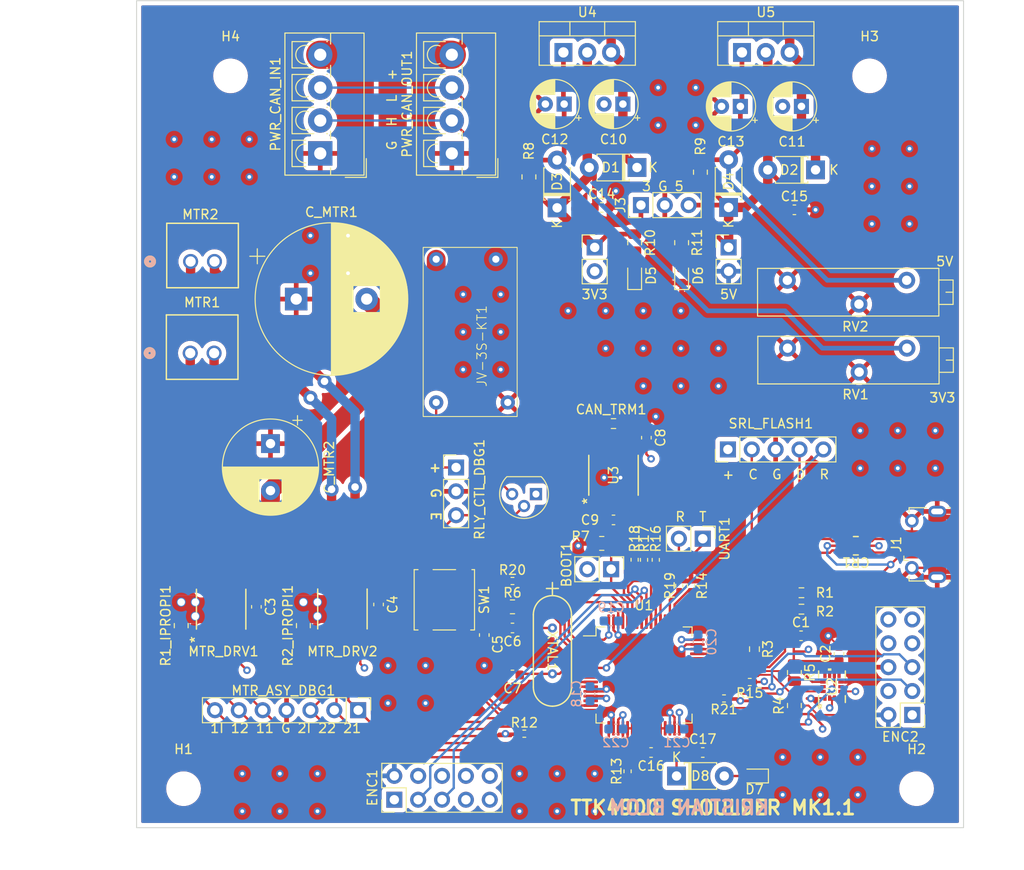
<source format=kicad_pcb>
(kicad_pcb (version 20221018) (generator pcbnew)
  (title_block (title "Shoulder") (rev "1.1"))
  (layers (0 "F.Cu" signal) (1 "In1.Cu" signal) (2 "In2.Cu" signal) (31 "B.Cu" signal) (34 "B.Paste" user) (35 "F.Paste" user) (36 "B.SilkS" user "B.Silkscreen") (37 "F.SilkS" user "F.Silkscreen") (38 "B.Mask" user) (39 "F.Mask" user) (44 "Edge.Cuts" user))
  (net 0 "")
  (net 1 "+3V3")
  (net 2 "GND")
  (net 3 "Net-(D7-A)")
  (net 6 "Net-(J1-D+)")
  (net 7 "Net-(JV-3S-KT1-COM)")
  (net 8 "Net-(Q1_RLY_CTRL1-E)")
  (net 9 "+48V")
  (net 11 "Net-(C6-Pad1)")
  (net 12 "+5V")
  (net 14 "Net-(D3-A)")
  (net 15 "Net-(D4-A)")
  (net 16 "Net-(D5-A)")
  (net 17 "Net-(D6-A)")
  (net 18 "Net-(D1-A)")
  (net 19 "Net-(D2-A)")
  (net 20 "/DRV2_IN2")
  (net 21 "/DRV2_IN1")
  (net 22 "/DRV1_IPROPI")
  (net 23 "/DRV1_IN2")
  (net 24 "/DRV1_IN1")
  (net 25 "/DRV2_IPROPI")
  (net 26 "/RELAY_EN")
  (net 27 "/RESET")
  (net 28 "/BOOT0")
  (net 29 "/OSC_OUT")
  (net 30 "/CANL")
  (net 31 "/CANH")
  (net 32 "/ENC1A")
  (net 33 "/ENC1B")
  (net 34 "/ENC2A")
  (net 35 "/ENC2B")
  (net 36 "/USB_DM")
  (net 37 "/USB_DP")
  (net 38 "/USB_VBUS")
  (net 39 "/USB_DP_DRV")
  (net 40 "/I2C_SDA")
  (net 41 "/I2C_SCL")
  (net 42 "/OSC_IN")
  (net 43 "Net-(U1-PA0)")
  (net 44 "/GND_RES1")
  (net 45 "Net-(U1-PA15)")
  (net 46 "Net-(U1-PC8)")
  (net 47 "Net-(U1-PB3)")
  (net 48 "Net-(U1-PB6)")
  (net 49 "Net-(U1-PB7)")
  (net 50 "Net-(U1-PC10)")
  (net 51 "Net-(U1-PC14)")
  (net 52 "Net-(U1-PB14)")
  (net 53 "/FLASH_CLK")
  (net 54 "/FLASH_DIO")
  (net 55 "/CAN_EN")
  (net 56 "/IMU_IN2")
  (net 57 "/IMU_INT1")
  (net 58 "/UART_TX")
  (net 59 "/UART_RX")
  (net 60 "/CAN_RX")
  (net 61 "/CAN_TX")
  (net 62 "Net-(J1-D-)")
  (net 73 "Net-(CR1-VBUS)")
  (net 74 "Net-(MTR1-IN)")
  (net 75 "Net-(MTR1-OUT)")
  (net 76 "Net-(MTR2-IN)")
  (net 77 "Net-(MTR2-OUT)")
  (footprint "70543-0001:70543-0001_MOL" (layer "F.Cu") (at 67.5 42.25)
    (fp_text reference "MTR2")
    (fp_text value "705430001")
  )
  (footprint "Diode_THT:D_T-1_P5.08mm_Horizontal" (layer "F.Cu") (at 134 32.5 180)
    (fp_text reference "D2")
    (fp_text value "IN4005")
  )
  (footprint "Capacitor_THT:CP_Radial_D16.0mm_P7.50mm" (layer "F.Cu") (at 78.737246 46.25)
    (fp_text reference "C_MTR1")
    (fp_text value "330muF")
  )
  (footprint "Resistor_SMD:R_0402_1005Metric" (layer "F.Cu") (at 124.259999 88.75 180)
    (fp_text reference "R21")
    (fp_text value "40kOhm")
  )
  (footprint "Connector_PinHeader_2.54mm:PinHeader_2x05_P2.54mm_Vertical" (layer "F.Cu") (at 89.175 99.525 90)
    (fp_text reference "ENC1")
    (fp_text value "Conn_02x05_Odd_Even")
  )
  (footprint "MountingHole:MountingHole_3.2mm_M3" (layer "F.Cu") (at 144.75 98.35)
    (fp_text reference "H2")
    (fp_text value "MountingHole")
  )
  (footprint "Connector_PinHeader_2.54mm:PinHeader_1x02_P2.54mm_Vertical" (layer "F.Cu") (at 124.75 40.75)
    (fp_text reference "JP2" hide)
    (fp_text value "Jumper_2_Open")
  )
  (footprint "Package_TO_SOT_THT:TO-220-3_Vertical" (layer "F.Cu") (at 107.17 20)
    (fp_text reference "U4")
    (fp_text value "LM317_TO-220")
  )
  (footprint "MountingHole:MountingHole_3.2mm_M3" (layer "F.Cu") (at 71.75 22.5)
    (fp_text reference "H4")
    (fp_text value "MountingHole")
  )
  (footprint "Potentiometer_THT:Potentiometer_Bourns_3006P_Horizontal" (layer "F.Cu") (at 131 44.25 180)
    (fp_text reference "RV2")
    (fp_text value "0,706k")
  )
  (footprint "Capacitor_SMD:C_0603_1608Metric" (layer "F.Cu") (at 98.75 82 -90)
    (fp_text reference "C5")
    (fp_text value "100nF")
  )
  (footprint "Resistor_SMD:R_0603_1608Metric" (layer "F.Cu") (at 112.5 59.5 180)
    (fp_text reference "CAN_TRM1")
    (fp_text value "120Ohm")
  )
  (footprint "Connector_PinHeader_2.54mm:PinHeader_2x05_P2.54mm_Vertical" (layer "F.Cu") (at 144.29 90.5 180)
    (fp_text reference "ENC2")
    (fp_text value "Conn_02x05_Odd_Even")
  )
  (footprint "Capacitor_THT:CP_Radial_D5.0mm_P2.00mm" (layer "F.Cu") (at 107.25 25.5 180)
    (fp_text reference "C12")
    (fp_text value "10muF")
  )
  (footprint "Resistor_SMD:R_0402_1005Metric" (layer "F.Cu") (at 114 96.5 90)
    (fp_text reference "R13")
    (fp_text value "40kOhm")
  )
  (footprint "Diode_THT:D_T-1_P5.08mm_Horizontal" (layer "F.Cu") (at 106.5 36.54 90)
    (fp_text reference "D3")
    (fp_text value "IN4005")
  )
  (footprint "Connector_USB:USB_Micro-B_Molex-105017-0001" (layer "F.Cu") (at 145.7125 72.35 90)
    (fp_text reference "J1")
    (fp_text value "USB_B_Micro")
  )
  (footprint "Resistor_SMD:R_0402_1005Metric" (layer "F.Cu") (at 120.75 76.759999 -90)
    (fp_text reference "R14")
    (fp_text value "40kOhm")
  )
  (footprint "Diode_THT:D_T-1_P5.08mm_Horizontal" (layer "F.Cu") (at 115 32.25 180)
    (fp_text reference "D1")
    (fp_text value "IN4005")
  )
  (footprint "Resistor_SMD:R_0402_1005Metric" (layer "F.Cu") (at 101.75 76.25)
    (fp_text reference "R20")
    (fp_text value "40kOhm")
  )
  (footprint "Capacitor_THT:CP_Radial_D5.0mm_P2.00mm" (layer "F.Cu") (at 126 25.75 180)
    (fp_text reference "C13")
    (fp_text value "10muF")
  )
  (footprint "Capacitor_SMD:C_0603_1608Metric" (layer "F.Cu") (at 116.5 94.5 180)
    (fp_text reference "C16")
    (fp_text value "4.7muF")
  )
  (footprint "Package_TO_SOT_THT:TO-92" (layer "F.Cu") (at 104.25 67 180)
    (fp_text reference "Q1_RLY_CTRL1" hide)
    (fp_text value "Q_NIGBT_CGE")
  )
  (footprint "MountingHole:MountingHole_3.2mm_M3" (layer "F.Cu") (at 66.75 98.35)
    (fp_text reference "H1")
    (fp_text value "MountingHole")
  )
  (footprint "Resistor_SMD:R_0805_2012Metric" (layer "F.Cu") (at 66.5 81 90)
    (fp_text reference "R1_IPROPI1")
    (fp_text value "510Ohm")
  )
  (footprint "LED_SMD:LED_0603_1608Metric" (layer "F.Cu") (at 119.75 43.75 90)
    (fp_text reference "D6")
    (fp_text value "LED_5V")
  )
  (footprint "MountingHole:MountingHole_3.2mm_M3" (layer "F.Cu") (at 139.75 22.5)
    (fp_text reference "H3")
    (fp_text value "MountingHole")
  )
  (footprint "DRV8251A:SOIC8_DDA_TEX" (layer "F.Cu") (at 70.75 79.25 90)
    (fp_text reference "MTR_DRV1")
    (fp_text value "DRV8251ADDAR")
  )
  (footprint "Resistor_SMD:R_0603_1608Metric_Pad0.98x0.95mm_HandSolder" (layer "F.Cu") (at 132.5 79.25)
    (fp_text reference "R2")
    (fp_text value "33k")
  )
  (footprint "Resistor_SMD:R_0805_2012Metric" (layer "F.Cu") (at 131.75 86 -90)
    (fp_text reference "R5")
    (fp_text value "10k")
  )
  (footprint "JV-3S-KT:JV-3S-KT" (layer "F.Cu") (at 96.17 49.63 90)
    (fp_text reference "JV-3S-KT1")
    (fp_text value "RELAY")
  )
  (footprint "Diode_THT:D_T-1_P5.08mm_Horizontal" (layer "F.Cu") (at 119.21 97)
    (fp_text reference "D8")
    (fp_text value "D_Zener")
  )
  (footprint "Package_TO_SOT_THT:TO-220-3_Vertical" (layer "F.Cu") (at 126.17 20)
    (fp_text reference "U5")
    (fp_text value "LM317_TO-220")
  )
  (footprint "Capacitor_SMD:C_0603_1608Metric" (layer "F.Cu") (at 122 94.5)
    (fp_text reference "C17")
    (fp_text value "1muF")
  )
  (footprint "LSM6DSMTR:LGA-14L_2P5X3X0P83_STM" (layer "F.Cu") (at 135.75 87.5 90)
    (fp_text reference "U2")
    (fp_text value "LSM6DSMTR")
  )
  (footprint "LED_SMD:LED_0603_1608Metric" (layer "F.Cu") (at 114.75 43.75 90)
    (fp_text reference "D5")
    (fp_text value "LED_3V3")
  )
  (footprint "TJA1057BT:SOT96-1_SO8_NXP" (layer "F.Cu") (at 112.5 65 90)
    (fp_text reference "U3")
    (fp_text value "TJA1057GT/3J")
  )
  (footprint "Connector_PinHeader_2.54mm:PinHeader_1x03_P2.54mm_Vertical" (layer "F.Cu") (at 115.42 36.25 90)
    (fp_text reference "J3")
    (fp_text value "Conn_01x03")
  )
  (footprint "Resistor_SMD:R_0402_1005Metric" (layer "F.Cu") (at 127 87 180)
    (fp_text reference "R15")
    (fp_text value "40kOhm")
  )
  (footprint "Connector_PinHeader_2.54mm:PinHeader_1x02_P2.54mm_Vertical" (layer "F.Cu") (at 110.5 40.75)
    (fp_text reference "JP1" hide)
    (fp_text value "Jumper_2_Open")
  )
  (footprint "Button_Switch_SMD:SW_Push_1P1T_NO_CK_KSC6xxJ" (layer "F.Cu") (at 94.5 78.25 90)
    (fp_text reference "SW1")
    (fp_text value "RESET")
  )
  (footprint "DRV8251A:SOIC8_DDA_TEX" (layer "F.Cu") (at 83.655 79.22415 90)
    (fp_text reference "MTR_DRV2")
    (fp_text value "DRV8251ADDAR")
  )
  (footprint "ABL-16.000MHZ-B1U-T:XTAL_ABL-16_ABR" (layer "F.Cu") (at 106 81.25 -90)
    (fp_text reference "XTAL1")
    (fp_text value "ABL-16.000MHZ-B2")
  )
  (footprint "TerminalBlock_4Ucon:TerminalBlock_4Ucon_1x04_P3.50mm_Vertical" (layer "F.Cu") (at 81.295 30.75 90)
    (fp_text reference "PWR_CAN_IN1")
    (fp_text value "Conn_01x04")
  )
  (footprint "Capacitor_SMD:C_0603_1608Metric" (layer "F.Cu") (at 116 61 90)
    (fp_text reference "C8")
    (fp_text value "100nF")
  )
  (footprint "Package_QFP:LQFP-64_10x10mm_P0.5mm" (layer "F.Cu") (at 115.75 86.25)
    (fp_text reference "U1")
    (fp_text value "STM32F303RETx")
  )
  (footprint "Capacitor_SMD:C_0603_1608Metric" (layer "F.Cu") (at 112.5 69.75 180)
    (fp_text reference "C9")
    (fp_text value "100nF")
  )
  (footprint "Connector_PinHeader_2.54mm:PinHeader_1x02_P2.54mm_Vertical" (layer "F.Cu") (at 122 71.75 -90)
    (fp_text reference "UART1")
    (fp_text value "Conn_01x02")
  )
  (footprint "Connector_PinHeader_2.54mm:PinHeader_1x05_P2.54mm_Vertical" (layer "F.Cu") (at 124.675 62.25 90)
    (fp_text reference "SRL_FLASH1")
    (fp_text value "Conn_01x05")
  )
  (footprint "Resistor_SMD:R_0402_1005Metric" (layer "F.Cu") (at 117 74 -90)
    (fp_text reference "R16")
    (fp_text value "40kOhm")
  )
  (footprint "Resistor_SMD:R_0402_1005Metric" (layer "F.Cu") (at 119.5 76.75 -90)
    (fp_text reference "R19")
    (fp_text value "40kOhm")
  )
  (footprint "Capacitor_SMD:C_0603_1608Metric" (layer "F.Cu") (at 131.75 36.75)
    (fp_text reference "C15")
    (fp_text value "100nF")
  )
  (footprint "Resistor_SMD:R_0805_2012Metric" (layer "F.Cu") (at 121.75 32.75 90)
    (fp_text reference "R9")
    (fp_text value "240Ohm")
  )
  (footprint "Resistor_SMD:R_0603_1608Metric_Pad0.98x0.95mm_HandSolder" (layer "F.Cu") (at 127.5 83.5 -90)
    (fp_text reference "R3")
    (fp_text value "1k5")
  )
  (footprint "Capacitor_SMD:C_0603_1608Metric" (layer "F.Cu") (at 101.75 86.25 180)
    (fp_text reference "C7")
    (fp_text value "20pF")
  )
  (footprint "Capacitor_SMD:C_0603_1608Metric" (layer "F.Cu") (at 101.75 81.25 180)
    (fp_text reference "C6")
    (fp_text value "20pF")
  )
  (footprint "Connector_PinHeader_2.54mm:PinHeader_1x02_P2.54mm_Vertical" (layer "F.Cu") (at 112.25 75 -90)
    (fp_text reference "BOOT1")
    (fp_text value "BOOTMODE")
  )
  (footprint "Capacitor_THT:CP_Radial_D10.0mm_P5.00mm" (layer "F.Cu") (at 76 61.632323 -90)
    (fp_text reference "C_MTR2")
    (fp_text value "220muF")
  )
  (footprint "Potentiometer_THT:Potentiometer_Bourns_3006P_Horizontal" (layer "F.Cu") (at 131.025 51.475 180)
    (fp_text reference "RV1")
    (fp_text value "0,386k")
  )
  (footprint "Resistor_SMD:R_0805_2012Metric" (layer "F.Cu") (at 79.5 81 90)
    (fp_text reference "R2_IPROPI1")
    (fp_text value "510Ohm")
  )
  (footprint "Capacitor_SMD:C_0603_1608Metric" (layer "F.Cu") (at 74.5 79 90)
    (fp_text reference "C3")
    (fp_text value "100nF")
  )
  (footprint "Resistor_SMD:R_0805_2012Metric" (layer "F.Cu") (at 103.5 33.25 90)
    (fp_text reference "R8")
    (fp_text value "240Ohm")
  )
  (footprint "Resistor_SMD:R_0805_2012Metric" (layer "F.Cu") (at 119.75 40.25 -90)
    (fp_text reference "R11")
    (fp_text value "1k5")
  )
  (footprint "Connector_PinHeader_2.54mm:PinHeader_1x03_P2.54mm_Vertical" (layer "F.Cu") (at 95.75 64.17)
    (fp_text reference "RLY_CTL_DBG1")
    (fp_text value "Conn_01x03")
  )
  (footprint "Capacitor_THT:CP_Radial_D5.0mm_P2.00mm" (layer "F.Cu") (at 113.5 25.5 180)
    (fp_text reference "C10")
    (fp_text value "10muF")
  )
  (footprint "Connector_PinHeader_2.54mm:PinHeader_1x07_P2.54mm_Vertical" (layer "F.Cu") (at 85.33 90 -90)
    (fp_text reference "J2" hide)
    (fp_text value "Conn_01x07")
  )
  (footprint "Resistor_SMD:R_0805_2012Metric" (layer "F.Cu") (at 111.25 72.25)
    (fp_text reference "R7")
    (fp_text value "10kOhm")
  )
  (footprint "USBLC6:SOT-666_STM" (layer "F.Cu") (at 138.2888 72.500001 180)
    (fp_text reference "CR1")
    (fp_text value "USBLC6-2P6")
  )
  (footprint "70543-0001:70543-0001_MOL" (layer "F.Cu") (at 67.46 52)
    (fp_text reference "MTR1")
    (fp_text value "705430001")
  )
  (footprint "Resistor_SMD:R_0805_2012Metric" (layer "F.Cu") (at 114.75 40.25 -90)
    (fp_text reference "R10")
    (fp_text value "1k5")
  )
  (footprint "Resistor_SMD:R_0805_2012Metric" (layer "F.Cu") (at 131.75 89.5 90)
    (fp_text reference "R4")
    (fp_text value "10k")
  )
  (footprint "Diode_THT:D_T-1_P5.08mm_Horizontal" (layer "F.Cu") (at 124.75 36.5 90)
    (fp_text reference "D4")
    (fp_text value "IN4005")
  )
  (footprint "Resistor_SMD:R_0402_1005Metric" (layer "F.Cu") (at 115.75 74 -90)
    (fp_text reference "R17")
    (fp_text value "40kOhm")
  )
  (footprint "Resistor_SMD:R_0805_2012Metric" (layer "F.Cu") (at 101.75 79 180)
    (fp_text reference "R6")
    (fp_text value "340Ohm")
  )
  (footprint "Capacitor_SMD:C_0603_1608Metric" (layer "F.Cu") (at 87.5 78.75 90)
    (fp_text reference "C4")
    (fp_text value "100nF")
  )
  (footprint "Resistor_SMD:R_0402_1005Metric" (layer "F.Cu") (at 103.01 92.5)
    (fp_text reference "R12")
    (fp_text value "40kOhm")
  )
  (footprint "TerminalBlock_4Ucon:TerminalBlock_4Ucon_1x04_P3.50mm_Vertical" (layer "F.Cu") (at 95.295 30.75 90)
    (fp_text reference "PWR_CAN_OUT1")
    (fp_text value "Conn_01x04")
  )
  (footprint "Capacitor_SMD:C_0603_1608Metric" (layer "F.Cu") (at 136.5 84 90)
    (fp_text reference "C2")
    (fp_text value "100nF")
  )
  (footprint "Capacitor_SMD:C_0603_1608Metric" (layer "F.Cu") (at 132.46 82.08)
    (fp_text reference "C1")
    (fp_text value "100nF")
  )
  (footprint "Resistor_SMD:R_0603_1608Metric_Pad0.98x0.95mm_HandSolder" (layer "F.Cu") (at 132.5 77.5 180)
    (fp_text reference "R1")
    (fp_text value "82k")
  )
  (footprint "LED_SMD:LED_0603_1608Metric" (layer "F.Cu") (at 127.5 97 180)
    (fp_text reference "D7")
    (fp_text value "LED")
  )
  (footprint "Capacitor_THT:CP_Radial_D5.0mm_P2.00mm" (layer "F.Cu") (at 132.5 25.75 180)
    (fp_text reference "C11")
    (fp_text value "10muF")
  )
  (footprint "Capacitor_SMD:C_0603_1608Metric" (layer "F.Cu") (at 111.25 36.5)
    (fp_text reference "C14")
    (fp_text value "100nF")
  )
  (footprint "Resistor_SMD:R_0402_1005Metric" (layer "F.Cu") (at 114.75 73.990001 -90)
    (fp_text reference "R18")
    (fp_text value "40kOhm")
  )
  (footprint "Capacitor_SMD:C_0603_1608Metric" (layer "B.Cu") (at 121.5 82.725 90)
    (fp_text reference "C20")
    (fp_text value "100nF")
  )
  (footprint "Capacitor_SMD:C_0603_1608Metric" (layer "B.Cu") (at 112.25 80.5 180)
    (fp_text reference "C19")
    (fp_text value "100nF")
  )
  (footprint "Capacitor_SMD:C_0603_1608Metric" (layer "B.Cu") (at 110 88.25 -90)
    (fp_text reference "C18")
    (fp_text value "10nF")
  )
  (footprint "Capacitor_SMD:C_0603_1608Metric" (layer "B.Cu") (at 119.25 92)
    (fp_text reference "C21")
    (fp_text value "100nF")
  )
  (footprint "Capacitor_SMD:C_0603_1608Metric" (layer "B.Cu") (at 112.75 92)
    (fp_text reference "C22")
    (fp_text value "100nF")
  )
  (gr_rect locked (start 61.75 14.5) (end 149.75 102.5) (stroke (width 0.1)) (fill none) (layer "Edge.Cuts"))
  (gr_text "KRISTIAN BLOM" (at 129.25 101.25) (layer "B.SilkS") (effects (font (size 1.5 1.5) (thickness 0.3) bold) (justify left bottom mirror)))
  (gr_text "3V3" (at 110.5 45.75) (layer "F.SilkS") (effects (font (size 1 1))))
  (gr_text "TTK4900 SHOULDER MK1.1" (at 107.75 101.25) (layer "F.SilkS") (effects (font (size 1.5 1.5) (thickness 0.3) bold) (justify left bottom)))
  (gr_text "+  C  G  D  R" (at 124 65.5) (layer "F.SilkS") (effects (font (size 1 1)) (justify left bottom)))
  (gr_text "G  H  L  +" (at 89.5 30.5 90) (layer "F.SilkS") (effects (font (size 1 1)) (justify left bottom)))
  (gr_text "+  G  E" (at 93 63.5 -90) (layer "F.SilkS") (effects (font (size 1 1) (thickness 0.1875)) (justify left bottom)))
  (gr_text "R  T" (at 119 70) (layer "F.SilkS") (effects (font (size 1 1)) (justify left bottom)))
  (gr_text "3V3" (at 147.5 56.75) (layer "F.SilkS") (effects (font (size 1 1))))
  (gr_text "3 G 5" (at 117.75 34.25) (layer "F.SilkS") (effects (font (size 1 1))))
  (gr_text "MTR_ASY_DBG1" (at 71.75 88.5) (layer "F.SilkS") (effects (font (size 1 1)) (justify left bottom)))
  (gr_text "5V" (at 124.75 45.75) (layer "F.SilkS") (effects (font (size 1 1))))
  (gr_text "1I 12 11 G 2I 22 21" (at 69.5 92.5) (layer "F.SilkS") (effects (font (size 1 1)) (justify left bottom)))
  (gr_text "5V" (at 147.75 42.25) (layer "F.SilkS") (effects (font (size 1 1))))
  (segment (start 135.75 89.5) (end 135.5 89.75) (width 0.2) (layer "F.Cu") (net 1))
  (segment (start 113.5 90.5) (end 113 91) (width 0.25) (layer "F.Cu") (net 1))
  (segment (start 115.496348 62.278652) (end 116 61.775) (width 0.25) (layer "F.Cu") (net 1))
  (segment (start 72.655 81.97415) (end 72.655 84.905) (width 0.25) (layer "F.Cu") (net 1))
  (segment (start 116 62.75) (end 116.5 63.25) (width 0.25) (layer "F.Cu") (net 1))
  (segment (start 131.685 83.75) (end 131.685 85.0225) (width 0.25) (layer "F.Cu") (net 1))
  (segment (start 111.5 82.5) (end 112 82) (width 0.25) (layer "F.Cu") (net 1))
  (segment (start 117.275 94.5) (end 119.25 94.5) (width 0.25) (layer "F.Cu") (net 1))
  (segment (start 119.21 97) (end 119.21 94.54) (width 0.25) (layer "F.Cu") (net 1))
  (segment (start 131.685 82.08) (end 131.685 83.75) (width 0.25) (layer "F.Cu") (net 1))
  (segment (start 112 80.575) (end 112 82) (width 0.25) (layer "F.Cu") (net 1))
  (segment (start 72.655 84.905) (end 73.5 85.75) (width 0.25) (layer "F.Cu") (net 1))
  (segment (start 131.685 83.75) (end 133.025156 83.75) (width 0.25) (layer "F.Cu") (net 1))
  (segment (start 132.0625 84.775) (end 131.75 85.0875) (width 0.2) (layer "F.Cu") (net 1))
  (segment (start 135.75 88.7103) (end 135.75 89.5) (width 0.2) (layer "F.Cu") (net 1))
  (segment (start 116 61.775) (end 116 62.75) (width 0.25) (layer "F.Cu") (net 1))
  (segment (start 110.075 88.5) (end 111.5 88.5) (width 0.25) (layer "F.Cu") (net 1))
  (segment (start 114.405 62.278652) (end 115.496348 62.278652) (width 0.25) (layer "F.Cu") (net 1))
  (segment (start 135.75 88.7103) (end 136 88.7103) (width 0.2) (layer "F.Cu") (net 1))
  (segment (start 136.7063 87.999999) (end 138.25 88) (width 0.2) (layer "F.Cu") (net 1))
  (segment (start 119.5 90.25) (end 119.5 91.925) (width 0.25) (layer "F.Cu") (net 1))
  (segment (start 85.56 81.9483) (end 85.56 85.06) (width 0.25) (layer "F.Cu") (net 1))
  (segment (start 136.5 84.775) (end 132.0625 84.775) (width 0.25) (layer "F.Cu") (net 1))
  (segment (start 131.685 85.0225) (end 131.75 85.0875) (width 0.2) (layer "F.Cu") (net 1))
  (segment (start 135.5 88.7103) (end 135.75 88.7103) (width 0.2) (layer "F.Cu") (net 1))
  (segment (start 110.075 82.5) (end 111.5 82.5) (width 0.25) (layer "F.Cu") (net 1))
  (segment (start 119.25 94.5) (end 121.225 94.5) (width 0.25) (layer "F.Cu") (net 1))
  (segment (start 133.662501 87.000001) (end 131.75 85.0875) (width 0.25) (layer "F.Cu") (net 1))
  (segment (start 134.75 91.60104) (end 134.75 92) (width 0.25) (layer "F.Cu") (net 1))
  (segment (start 133.56146 90.4125) (end 134.75 91.60104) (width 0.25) (layer "F.Cu") (net 1))
  (segment (start 134.7937 87.000001) (end 133.662501 87.000001) (width 0.2) (layer "F.Cu") (net 1))
  (segment (start 85.56 85.06) (end 86 85.5) (width 0.25) (layer "F.Cu") (net 1))
  (segment (start 133.025156 83.75) (end 133.25 83.525156) (width 0.2) (layer "F.Cu") (net 1))
  (segment (start 136.500001 86.2897) (end 136.5 84.775) (width 0.2) (layer "F.Cu") (net 1))
  (segment (start 121.425 82.5) (end 119.75 82.5) (width 0.25) (layer "F.Cu") (net 1))
  (segment (start 131.75 90.4125) (end 133.56146 90.4125) (width 0.25) (layer "F.Cu") (net 1))
  (segment (start 119.75 82.5) (end 119.737701 82.487701) (width 0.25) (layer "F.Cu") (net 1))
  (segment (start 111.5 88.5) (end 111.75 88.75) (width 0.25) (layer "F.Cu") (net 1))
  (segment (start 119.512299 90.237701) (end 119.5 90.25) (width 0.25) (layer "F.Cu") (net 1))
  (segment (start 113 91) (end 113 91.925) (width 0.25) (layer "F.Cu") (net 1))
  (segment (start 119.21 94.54) (end 119.25 94.5) (width 0.25) (layer "F.Cu") (net 1))
  (via (at 86 85.5) (size 0.8) (drill 0.4) (layers "F.Cu" "B.Cu") (net 1))
  (via (at 138.25 88) (size 0.8) (drill 0.4) (layers "F.Cu" "B.Cu") (net 1))
  (via (at 113.5 90.5) (size 0.8) (drill 0.4) (layers "F.Cu" "B.Cu") (net 1))
  (via (at 119.737701 82.487701) (size 0.8) (drill 0.4) (layers "F.Cu" "B.Cu") (net 1))
  (via (at 111.75 88.75) (size 0.8) (drill 0.4) (layers "F.Cu" "B.Cu") (net 1))
  (via (at 119.512299 90.237701) (size 0.8) (drill 0.4) (layers "F.Cu" "B.Cu") (net 1))
  (via (at 73.5 85.75) (size 0.8) (drill 0.4) (layers "F.Cu" "B.Cu") (net 1))
  (via (at 112 82) (size 0.8) (drill 0.4) (layers "F.Cu" "B.Cu") (net 1))
  (via (at 133.25 83.525156) (size 0.8) (drill 0.4) (layers "F.Cu" "B.Cu") (net 1))
  (via (at 116.5 63.25) (size 0.8) (drill 0.4) (layers "F.Cu" "B.Cu") (net 1))
  (via (at 134.75 92) (size 0.8) (drill 0.4) (layers "F.Cu" "B.Cu") (net 1))
  (via (at 135.5 89.75) (size 0.8) (drill 0.4) (layers "F.Cu" "B.Cu") (net 1))
  (segment (start 112 82) (end 112 81.025) (width 0.25) (layer "B.Cu") (net 1))
  (segment (start 119.737701 82.487701) (end 120.962299 82.487701) (width 0.25) (layer "B.Cu") (net 1))
  (segment (start 110.275 88.75) (end 110 89.025) (width 0.25) (layer "B.Cu") (net 1))
  (segment (start 113.5 91.975) (end 113.525 92) (width 0.25) (layer "B.Cu") (net 1))
  (segment (start 120.962299 82.487701) (end 121.5 81.95) (width 0.25) (layer "B.Cu") (net 1))
  (segment (start 111.75 88.75) (end 110.275 88.75) (width 0.25) (layer "B.Cu") (net 1))
  (segment (start 119.512299 90.237701) (end 119.512299 91.487299) (width 0.25) (layer "B.Cu") (net 1))
  (segment (start 119.512299 91.487299) (end 120.025 92) (width 0.25) (layer "B.Cu") (net 1))
  (segment (start 112 81.025) (end 111.475 80.5) (width 0.25) (layer "B.Cu") (net 1))
  (segment (start 113.5 90.5) (end 113.5 91.975) (width 0.25) (layer "B.Cu") (net 1))
  (segment (start 102.5 92.5) (end 101 92.5) (width 0.25) (layer "F.Cu") (net 2))
  (segment (start 83.95585 79.525) (end 83.655 79.22415) (width 0.5) (layer "F.Cu") (net 2))
  (segment (start 100.975 86.25) (end 99.75 86.25) (width 0.25) (layer "F.Cu") (net 2))
  (segment (start 111.865 67.721348) (end 111.865 65.615) (width 0.25) (layer "F.Cu") (net 2))
  (segment (start 112.75 81.724695) (end 112.75 81.750497) (width 0.25) (layer "F.Cu") (net 2))
  (segment (start 145.95 74.85) (end 146.95 75.85) (width 0.25) (layer "F.Cu") (net 2))
  (segment (start 110.075 88) (end 111.5 88) (width 0.25) (layer "F.Cu") (net 2))
  (segment (start 111.865 65.615) (end 111.5 65.25) (width 0.25) (layer "F.Cu") (net 2))
  (segment (start 136.7063 87.000001) (end 137.75 87) (width 0.2) (layer "F.Cu") (net 2))
  (segment (start 116 60.225) (end 116 59.75) (width 0.25) (layer "F.Cu") (net 2))
  (segment (start 100.975 86.25) (end 100.975 84) (width 0.25) (layer "F.Cu") (net 2))
  (segment (start 74.5 79.775) (end 71.275 79.775) (width 0.5) (layer "F.Cu") (net 2))
  (segment (start 119 90.75) (end 118.5 90.25) (width 0.25) (layer "F.Cu") (net 2))
  (segment (start 112.25 90.5) (end 112.5 90.75) (width 0.25) (layer "F.Cu") (net 2))
  (segment (start 99.75 86.25) (end 98.75 85.25) (width 0.25) (layer "F.Cu") (net 2))
  (segment (start 146.95 69.45) (end 146.95 75.85) (width 0.25) (layer "F.Cu") (net 2))
  (segment (start 87.5 79.525) (end 83.95585 79.525) (width 0.5) (layer "F.Cu") (net 2))
  (segment (start 124.769999 88.75) (end 125.75 88.75) (width 0.25) (layer "F.Cu") (net 2))
  (segment (start 137.25 87.5) (end 137.75 87) (width 0.2) (layer "F.Cu") (net 2))
  (segment (start 121.425 83) (end 120.25 83) (width 0.25) (layer "F.Cu") (net 2))
  (segment (start 70.115 76.52585) (end 70.115 78.615) (width 0.5) (layer "F.Cu") (net 2))
  (segment (start 139 72.500001) (end 140.75 72.5) (width 0.25) (layer "F.Cu") (net 2))
  (segment (start 132.525 36.75) (end 134 36.75) (width 0.5) (layer "F.Cu") (net 2))
  (segment (start 136.7063 87.5) (end 137.25 87.5) (width 0.2) (layer "F.Cu") (net 2))
  (segment (start 128.545998 86.93438) (end 128.480378 87) (width 0.25) (layer "F.Cu") (net 2))
  (segment (start 133.5397 88.7103) (end 133.5 88.75) (width 0.2) (layer "F.Cu") (net 2))
  (segment (start 112.025 35.475) (end 112.75 34.75) (width 0.5) (layer "F.Cu") (net 2))
  (segment (start 92.5 81.15) (end 92.5 75.35) (width 0.25) (layer "F.Cu") (net 2))
  (segment (start 109 72.25) (end 108.75 72.5) (width 0.25) (layer "F.Cu") (net 2))
  (segment (start 135.355 82.08) (end 136.5 83.225) (width 0.2) (layer "F.Cu") (net 2))
  (segment (start 100.95 81.225) (end 100.975 81.25) (width 0.25) (layer "F.Cu") (net 2))
  (segment (start 110.3375 72.25) (end 109 72.25) (width 0.25) (layer "F.Cu") (net 2))
  (segment (start 128.480378 87) (end 127.51 87) (width 0.25) (layer "F.Cu") (net 2))
  (segment (start 119 91.925) (end 119 90.75) (width 0.25) (layer "F.Cu") (net 2))
  (segment (start 112.5 90.75) (end 112.5 91.925) (width 0.25) (layer "F.Cu") (net 2))
  (segment (start 98.75 81.225) (end 100.95 81.225) (width 0.25) (layer "F.Cu") (net 2))
  (segment (start 70.115 78.615) (end 70.75 79.25) (width 0.5) (layer "F.Cu") (net 2))
  (segment (start 100.975 84) (end 100.975 81.25) (width 0.25) (layer "F.Cu") (net 2))
  (segment (start 111.865 69.61) (end 111.725 69.75) (width 0.25) (layer "F.Cu") (net 2))
  (segment (start 133.4125 79.25) (end 133.4125 81.9025) (width 0.25) (layer "F.Cu") (net 2))
  (segment (start 133.4125 81.9025) (end 133.235 82.08) (width 0.25) (layer "F.Cu") (net 2))
  (segment (start 112.5 80.575) (end 112.5 81.474695) (width 0.25) (layer "F.Cu") (net 2))
  (segment (start 144.25 74.85) (end 145.95 74.85) (width 0.25) (layer "F.Cu") (net 2))
  (segment (start 83.02 78.58915) (end 83.655 79.22415) (width 0.5) (layer "F.Cu") (net 2))
  (segment (start 71.275 79.775) (end 70.75 79.25) (width 0.5) (layer "F.Cu") (net 2))
  (segment (start 134.999999 88.7103) (end 133.5397 88.7103) (width 0.2) (layer "F.Cu") (net 2))
  (segment (start 83.02 76.5) (end 83.02 78.58915) (width 0.5) (layer "F.Cu") (net 2))
  (segment (start 112.75 81.750497) (end 112.999503 82) (width 0.25) (layer "F.Cu") (net 2))
  (segment (start 112.025 36.5) (end 112.025 35.475) (width 0.5) (layer "F.Cu") (net 2))
  (segment (start 112.5 81.474695) (end 112.75 81.724695) (width 0.25) (layer "F.Cu") (net 2))
  (segment (start 120.25 83) (end 119.75 83.5) (width 0.25) (layer "F.Cu") (net 2))
  (segment (start 111.865 67.721348) (end 111.865 69.61) (width 0.25) (layer "F.Cu") (net 2))
  (segment (start 125.75 88.75) (end 126 89) (width 0.25) (layer "F.Cu") (net 2))
  (segment (start 116 59.75) (end 117 58.75) (width 0.25) (layer "F.Cu") (net 2))
  (segment (start 111.5 88) (end 111.75 87.75) (width 0.25) (layer "F.Cu") (net 2))
  (segment (start 144.25 71.7) (end 144.25 69.85) (width 0.25) (layer "F.Cu") (net 2))
  (segment (start 133.235 82.08) (end 135.355 82.08) (width 0.2) (layer "F.Cu") (net 2))
  (via (at 106.5 100.75) (size 0.8) (drill 0.4) (layers "F.Cu" "B.Cu") (net 2))
  (via (at 140 38.25) (size 0.8) (drill 0.4) (layers "F.Cu" "B.Cu") (net 2))
  (via (at 73 100.75) (size 0.8) (drill 0.4) (layers "F.Cu" "B.Cu") (net 2))
  (via (at 65.75 29.25) (size 0.8) (drill 0.4) (layers "F.Cu" "B.Cu") (net 2))
  (via (at 77 100.75) (size 0.8) (drill 0.4) (layers "F.Cu" "B.Cu") (net 2))
  (via (at 100.5 49.75) (size 0.8) (drill 0.4) (layers "F.Cu" "B.Cu") (net 2))
  (via (at 77 96.75) (size 0.8) (drill 0.4) (layers "F.Cu" "B.Cu") (net 2))
  (via (at 115.67 51.5) (size 0.8) (drill 0.4) (layers "F.Cu" "B.Cu") (net 2))
  (via (at 123.67 51.5) (size 0.8) (drill 0.4) (layers "F.Cu" "B.Cu") (net 2))
  (via (at 123.67 55.5) (size 0.8) (drill 0.4) (layers "F.Cu" "B.Cu") (net 2))
  (via (at 106.5 96.75) (size 0.8) (drill 0.4) (layers "F.Cu" "B.Cu") (net 2))
  (via (at 134.5 95) (size 0.8) (drill 0.4) (layers "F.Cu" "B.Cu") (net 2))
  (via (at 108.75 72.5) (size 0.8) (drill 0.4) (layers "F.Cu" "B.Cu") (net 2))
  (via (at 115.67 55.5) (size 0.8) (drill 0.4) (layers "F.Cu" "B.Cu") (net 2))
  (via (at 112.75 34.75) (size 0.8) (drill 0.4) (layers "F.Cu" "B.Cu") (net 2))
  (via (at 81 80) (size 1) (drill 0.8) (layers "F.Cu" "B.Cu") (net 2))
  (via (at 96.5 45.75) (size 0.8) (drill 0.4) (layers "F.Cu" "B.Cu") (net 2))
  (via (at 140 30.25) (size 0.8) (drill 0.4) (layers "F.Cu" "B.Cu") (net 2))
  (via (at 144 30.25) (size 0.8) (drill 0.4) (layers "F.Cu" "B.Cu") (net 2))
  (via (at 107.67 47.5) (size 0.8) (drill 0.4) (layers "F.Cu" "B.Cu") (net 2))
  (via (at 68 80) (size 1) (drill 0.8) (layers "F.Cu" "B.Cu") (net 2))
  (via (at 142.75 64.25) (size 0.8) (drill 0.4) (layers "F.Cu" "B.Cu") (net 2))
  (via (at 138.5 99) (size 0.8) (drill 0.4) (layers "F.Cu" "B.Cu") (net 2))
  (via (at 69.75 33.25) (size 0.8) (drill 0.4) (layers "F.Cu" "B.Cu") (net 2))
  (via (at 96.5 53.75) (size 0.8) (drill 0.4) (layers "F.Cu" "B.Cu") (net 2))
  (via (at 119.67 51.5) (size 0.8) (drill 0.4) (layers "F.Cu" "B.Cu") (net 2))
  (via (at 146.75 60.25) (size 0.8) (drill 0.4) (layers "F.Cu" "B.Cu") (net 2))
  (via (at 73.75 29.25) (size 0.8) (drill 0.4) (layers "F.Cu" "B.Cu") (net 2))
  (via (at 102.5 96.75) (size 0.8) (drill 0.4) (layers "F.Cu" "B.Cu") (net 2))
  (via (at 112.25 90.5) (size 0.8) (drill 0.4) (layers "F.Cu" "B.Cu") (net 2))
  (via (at 135.355 82.08) (size 0.8) (drill 0.4) (layers "F.Cu" "B.Cu") (net 2))
  (via (at 144 34.25) (size 0.8) (drill 0.4) (layers "F.Cu" "B.Cu") (net 2))
  (via (at 133.5 88.75) (size 0.8) (drill 0.4) (layers "F.Cu" "B.Cu") (net 2))
  (via (at 88.5 89.25) (size 0.8) (drill 0.4) (layers "F.Cu" "B.Cu") (net 2))
  (via (at 80.25 39.5) (size 0.8) (drill 0.4) (layers "F.Cu" "B.Cu") (net 2))
  (via (at 138.75 60.25) (size 0.8) (drill 0.4) (layers "F.Cu" "B.Cu") (net 2))
  (via (at 119.67 55.5) (size 0.8) (drill 0.4) (layers "F.Cu" "B.Cu") (net 2))
  (via (at 73.75 33.25) (size 0.8) (drill 0.4) (layers "F.Cu" "B.Cu") (net 2))
  (via (at 142.75 60.25) (size 0.8) (drill 0.4) (layers "F.Cu" "B.Cu") (net 2))
  (via (at 140.75 72.5) (size 0.8) (drill 0.4) (layers "F.Cu" "B.Cu") (net 2))
  (via (at 121.25 23.75) (size 0.8) (drill 0.4) (layers "F.Cu" "B.Cu") (net 2))
  (via (at 92.5 85.25) (size 0.8) (drill 0.4) (layers "F.Cu" "B.Cu") (net 2))
  (via (at 84.25 43.5) (size 0.8) (drill 0.4) (layers "F.Cu" "B.Cu") (net 2))
  (via (at 101 92.5) (size 0.8) (drill 0.4) (layers "F.Cu" "B.Cu") (net 2))
  (via (at 130.5 95) (size 0.8) (drill 0.4) (layers "F.Cu" "B.Cu") (net 2))
  (via (at 110.5 96.75) (size 0.8) (drill 0.4) (layers "F.Cu" "B.Cu") (net 2))
  (via (at 117 58.75) (size 0.8) (drill 0.4) (layers "F.Cu" "B.Cu") (net 2))
  (via (at 138.75 64.25) (size 0.8) (drill 0.4) (layers "F.Cu" "B.Cu") (net 2))
  (via (at 96.5 49.75) (size 0.8) (drill 0.4) (layers "F.Cu" "B.Cu") (net 2))
  (via (at 146.75 64.25) (size 0.8) (drill 0.4) (layers "F.Cu" "B.Cu") (net 2))
  (via (at 98.75 85.25) (size 0.8) (drill 0.4) (layers "F.Cu" "B.Cu") (net 2))
  (via (at 66.5 78.5) (size 1) (drill 0.8) (layers "F.Cu" "B.Cu") (net 2))
  (via (at 112.999503 82) (size 0.8) (drill 0.4) (layers "F.Cu" "B.Cu") (net 2))
  (via (at 117.25 23.75) (size 0.8) (drill 0.4) (layers "F.Cu" "B.Cu") (net 2))
  (via (at 121.25 27.75) (size 0.8) (drill 0.4) (layers "F.Cu" "B.Cu") (net 2))
  (via (at 119.67 47.5) (size 0.8) (drill 0.4) (layers "F.Cu" "B.Cu") (net 2))
  (via (at 81 96.75) (size 0.8) (drill 0.4) (layers "F.Cu" "B.Cu") (net 2))
  (via (at 73 96.75) (size 0.8) (drill 0.4) (layers "F.Cu" "B.Cu") (net 2))
  (via (at 100.5 45.75) (size 0.8) (drill 0.4) (layers "F.Cu" "B.Cu") (net 2))
  (via (at 65.75 33.25) (size 0.8) (drill 0.4) (layers "F.Cu" "B.Cu") (net 2))
  (via (at 88.5 85.25) (size 0.8) (drill 0.4) (layers "F.Cu" "B.Cu") (net 2))
  (via (at 111.75 87.75) (size 0.8) (drill 0.4) (layers "F.Cu" "B.Cu") (net 2))
  (via (at 111.67 47.5) (size 0.8) (drill 0.4) (layers "F.Cu" "B.Cu") (net 2))
  (via (at 79.5 78.5) (size 1) (drill 0.8) (layers "F.Cu" "B.Cu") (net 2))
  (via (at 111.5 65.25) (size 0.8) (drill 0.4) (layers "F.Cu" "B.Cu") (net 2))
  (via (at 84.25 39.5) (size 0.8) (drill 0.4) (layers "F.Cu" "B.Cu") (net 2))
  (via (at 81 78.5) (size 1) (drill 0.8) (layers "F.Cu" "B.Cu") (net 2))
  (via (at 117.25 27.75) (size 0.8) (drill 0.4) (layers "F.Cu" "B.Cu") (net 2))
  (via (at 144 38.25) (size 0.8) (drill 0.4) (layers "F.Cu" "B.Cu") (net 2))
  (via (at 102.5 100.75) (size 0.8) (drill 0.4) (layers "F.Cu" "B.Cu") (net 2))
  (via (at 68 78.5) (size 1) (drill 0.8) (layers "F.Cu" "B.Cu") (net 2))
  (via (at 134 36.75) (size 0.8) (drill 0.4) (layers "F.Cu" "B.Cu") (net 2))
  (via (at 115.67 47.5) (size 0.8) (drill 0.4) (layers "F.Cu" "B.Cu") (net 2))
  (via (at 119.75 83.5) (size 0.8) (drill 0.4) (layers "F.Cu" "B.Cu") (net 2))
  (via (at 92.5 89.25) (size 0.8) (drill 0.4) (layers "F.Cu" "B.Cu") (net 2))
  (via (at 100.5 53.75) (size 0.8) (drill 0.4) (layers "F.Cu" "B.Cu") (net 2))
  (via (at 81 100.75) (size 0.8) (drill 0.4) (layers "F.Cu" "B.Cu") (net 2))
  (via (at 128.545998 86.93438) (size 0.8) (drill 0.4) (layers "F.Cu" "B.Cu") (net 2))
  (via (at 134.5 99) (size 0.8) (drill 0.4) (layers "F.Cu" "B.Cu") (net 2))
  (via (at 118.5 90.25) (size 0.8) (drill 0.4) (layers "F.Cu" "B.Cu") (net 2))
  (via (at 130.5 99) (size 0.8) (drill 0.4) (layers "F.Cu" "B.Cu") (net 2))
  (via (at 110.5 100.75) (size 0.8) (drill 0.4) (layers "F.Cu" "B.Cu") (net 2))
  (via (at 138.5 95) (size 0.8) (drill 0.4) (layers "F.Cu" "B.Cu") (net 2))
  (via (at 80.25 43.5) (size 0.8) (drill 0.4) (layers "F.Cu" "B.Cu") (net 2))
  (via (at 126 89) (size 0.8) (drill 0.4) (layers "F.Cu" "B.Cu") (net 2))
  (via (at 69.75 29.25) (size 0.8) (drill 0.4) (layers "F.Cu" "B.Cu") (net 2))
  (via (at 140 34.25) (size 0.8) (drill 0.4) (layers "F.Cu" "B.Cu") (net 2))
  (via (at 111.67 51.5) (size 0.8) (drill 0.4) (layers "F.Cu" "B.Cu") (net 2))
  (segment (start 112.25 90.5) (end 112.25 91.725) (width 0.25) (layer "B.Cu") (net 2))
  (segment (start 112.25 91.725) (end 111.975 92) (width 0.25) (layer "B.Cu") (net 2))
  (segment (start 111.75 87.75) (end 110.275 87.75) (width 0.25) (layer "B.Cu") (net 2))
  (segment (start 110.275 87.75) (end 110 87.475) (width 0.25) (layer "B.Cu") (net 2))
  (segment (start 118.5 90.25) (end 118.5 91.975) (width 0.25) (layer "B.Cu") (net 2))
  (segment (start 112.999503 80.525497) (end 113.025 80.5) (width 0.25) (layer "B.Cu") (net 2))
  (segment (start 112.999503 82) (end 112.999503 80.525497) (width 0.25) (layer "B.Cu") (net 2))
  (segment (start 119.75 83.5) (end 121.5 83.5) (width 0.25) (layer "B.Cu") (net 2))
  (segment (start 118.5 91.975) (end 118.475 92) (width 0.25) (layer "B.Cu") (net 2))
  (segment (start 124.29 97) (end 126.7125 97) (width 0.25) (layer "F.Cu") (net 3))
  (segment (start 143.1 72.35) (end 144.25 72.35) (width 0.25) (layer "F.Cu") (net 6))
  (segment (start 142.525 71.775) (end 143.1 72.35) (width 0.25) (layer "F.Cu") (net 6))
  (segment (start 139 72.000002) (end 139.999998 72.000002) (width 0.25) (layer "F.Cu") (net 6))
  (segment (start 140.225 71.775) (end 142.525 71.775) (width 0.25) (layer "F.Cu") (net 6))
  (segment (start 139.999998 72.000002) (end 140.225 71.775) (width 0.25) (layer "F.Cu") (net 6))
  (segment (start 89.5 71.25) (end 88 72.75) (width 2) (layer "F.Cu") (net 7))
  (segment (start 89.5 58.5) (end 89.5 64) (width 2) (layer "F.Cu") (net 7))
  (segment (start 89.67 64.17) (end 89.5 64) (width 0.25) (layer "F.Cu") (net 7))
  (segment (start 76 66.632323) (end 76 70.5) (width 2) (layer "F.Cu") (net 7))
  (segment (start 93.63 42.01) (end 93.63 49.002323) (width 2) (layer "F.Cu") (net 7))
  (segment (start 85.56 76.5) (end 87 76.5) (width 0.25) (layer "F.Cu") (net 7))
  (segment (start 95.75 64.17) (end 89.67 64.17) (width 0.25) (layer "F.Cu") (net 7))
  (segment (start 76 70.5) (end 73.5 73) (width 2) (layer "F.Cu") (net 7))
  (segment (start 93.63 49.002323) (end 76 66.632323) (width 2) (layer "F.Cu") (net 7))
  (segment (start 86.237246 46.25) (end 89.5 49.512754) (width 2) (layer "F.Cu") (net 7))
  (segment (start 87 76.5) (end 87.5 77) (width 0.25) (layer "F.Cu") (net 7))
  (segment (start 89.5 49.512754) (end 89.5 58.5) (width 2) (layer "F.Cu") (net 7))
  (segment (start 72.655 76.52585) (end 74.02585 76.52585) (width 0.25) (layer "F.Cu") (net 7))
  (segment (start 89.5 64) (end 89.5 71.25) (width 2) (layer "F.Cu") (net 7))
  (segment (start 87.5 77) (end 87.5 77.975) (width 0.25) (layer "F.Cu") (net 7))
  (segment (start 74.02585 76.52585) (end 74.5 77) (width 0.25) (layer "F.Cu") (net 7))
  (segment (start 74.5 77) (end 74.5 78.225) (width 0.25) (layer "F.Cu") (net 7))
  (segment (start 101.71 67) (end 93.63 58.92) (width 0.25) (layer "F.Cu") (net 8))
  (segment (start 93.63 58.92) (end 93.63 57.25) (width 0.25) (layer "F.Cu") (net 8))
  (segment (start 113.5 25.5) (end 113.5 30.75) (width 1) (layer "F.Cu") (net 9))
  (segment (start 132.5 21.25) (end 132.5 25.75) (width 1) (layer "F.Cu") (net 9))
  (segment (start 98.795 16.75) (end 112.5 16.75) (width 1) (layer "F.Cu") (net 9))
  (segment (start 95.25 36.5) (end 99.98 41.23) (width 3) (layer "F.Cu") (net 9))
  (segment (start 112.25 17) (end 112.5 16.75) (width 1) (layer "F.Cu") (net 9))
  (segment (start 112.25 20) (end 112.25 17) (width 1) (layer "F.Cu") (net 9))
  (segment (start 112.25 20) (end 113.5 21.25) (width 1) (layer "F.Cu") (net 9))
  (segment (start 112.5 16.75) (end 129.5 16.75) (width 1) (layer "F.Cu") (net 9))
  (segment (start 113.5 21.25) (end 113.5 25.5) (width 1) (layer "F.Cu") (net 9))
  (segment (start 89 20.25) (end 89 34) (width 3) (layer "F.Cu") (net 9))
  (segment (start 134 30.21) (end 134 32.5) (width 1) (layer "F.Cu") (net 9))
  (segment (start 131.25 18.5) (end 131.25 20) (width 1) (layer "F.Cu") (net 9))
  (segment (start 131.25 20) (end 132.5 21.25) (width 1) (layer "F.Cu") (net 9))
  (segment (start 132.5 25.75) (end 132.5 28.71) (width 1) (layer "F.Cu") (net 9))
  (segment (start 95.295 20.25) (end 98.795 16.75) (width 1) (layer "F.Cu") (net 9))
  (segment (start 87.5 20.25) (end 95.295 20.25) (width 3) (layer "F.Cu") (net 9))
  (segment (start 99.98 41.23) (end 99.98 42.01) (width 3) (layer "F.Cu") (net 9))
  (segment (start 81.295 20.25) (end 87.5 20.25) (width 3) (layer "F.Cu") (net 9))
  (segment (start 132.5 28.71) (end 134 30.21) (width 1) (layer "F.Cu") (net 9))
  (segment (start 89 34) (end 91.5 36.5) (width 3) (layer "F.Cu") (net 9))
  (segment (start 129.5 16.75) (end 131.25 18.5) (width 1) (layer "F.Cu") (net 9))
  (segment (start 113.5 30.75) (end 115 32.25) (width 1) (layer "F.Cu") (net 9))
  (segment (start 87.5 20.25) (end 89 20.25) (width 3) (layer "F.Cu") (net 9))
  (segment (start 91.5 36.5) (end 95.25 36.5) (width 3) (layer "F.Cu") (net 9))
  (segment (start 102.525 80.6875) (end 102.525 81.25) (width 0.25) (layer "F.Cu") (net 11))
  (segment (start 102.525 81.25) (end 106 81.25) (width 0.25) (layer "F.Cu") (net 11))
  (segment (start 100.8375 79) (end 102.525 80.6875) (width 0.25) (layer "F.Cu") (net 11))
  (segment (start 113.135 67.721348) (end 113.135 65.365) (width 0.25) (layer "F.Cu") (net 12))
  (segment (start 113.135 67.721348) (end 113.135 69.61) (width 0.25) (layer "F.Cu") (net 12))
  (segment (start 113.135 65.365) (end 113.25 65.25) (width 0.25) (layer "F.Cu") (net 12))
  (segment (start 113.135 69.61) (end 113.275 69.75) (width 0.25) (layer "F.Cu") (net 12))
  (via (at 113.25 65.25) (size 0.8) (drill 0.4) (layers "F.Cu" "B.Cu") (net 12))
  (segment (start 103.6625 32.3375) (end 103.5 32.3375) (width 0.5) (layer "F.Cu") (net 14))
  (segment (start 107.17 25.42) (end 107.25 25.5) (width 0.5) (layer "F.Cu") (net 14))
  (segment (start 104.54 31.46) (end 103.6625 32.3375) (width 0.5) (layer "F.Cu") (net 14))
  (segment (start 107.17 20) (end 107.17 25.42) (width 0.5) (layer "F.Cu") (net 14))
  (segment (start 107.25 25.5) (end 107.25 30.71) (width 0.5) (layer "F.Cu") (net 14))
  (segment (start 107.25 30.71) (end 106.5 31.46) (width 0.5) (layer "F.Cu") (net 14))
  (segment (start 106.5 31.46) (end 104.54 31.46) (width 0.5) (layer "F.Cu") (net 14))
  (segment (start 134.725 51.475) (end 130.75 47.5) (width 0.5) (layer "B.Cu") (net 14))
  (segment (start 122.54 47.5) (end 106.5 31.46) (width 0.5) (layer "B.Cu") (net 14))
  (segment (start 130.75 47.5) (end 122.54 47.5) (width 0.5) (layer "B.Cu") (net 14))
  (segment (start 143.725 51.475) (end 134.725 51.475) (width 0.5) (layer "B.Cu") (net 14))
  (segment (start 126.17 20) (end 126.17 25.58) (width 0.5) (layer "F.Cu") (net 15))
  (segment (start 122.1675 31.42) (end 121.75 31.8375) (width 0.5) (layer "F.Cu") (net 15))
  (segment (start 126 30.17) (end 124.75 31.42) (width 0.5) (layer "F.Cu") (net 15))
  (segment (start 124.75 31.42) (end 122.1675 31.42) (width 0.5) (layer "F.Cu") (net 15))
  (segment (start 126.17 25.58) (end 126 25.75) (width 0.5) (layer "F.Cu") (net 15))
  (segment (start 126 25.75) (end 126 30.17) (width 0.5) (layer "F.Cu") (net 15))
  (segment (start 124.75 33.75) (end 124.75 31.42) (width 0.5) (layer "B.Cu") (net 15))
  (segment (start 135.25 44.25) (end 124.75 33.75) (width 0.5) (layer "B.Cu") (net 15))
  (segment (start 143.7 44.25) (end 135.25 44.25) (width 0.5) (layer "B.Cu") (net 15))
  (segment (start 114.75 41.1625) (end 114.75 42.9625) (width 0.5) (layer "F.Cu") (net 16))
  (segment (start 119.75 41.1625) (end 119.75 42.9625) (width 0.5) (layer "F.Cu") (net 17))
  (segment (start 115.42 38.6675) (end 114.75 39.3375) (width 0.5) (layer "F.Cu") (net 18))
  (segment (start 111.9125 39.3375) (end 110.5 40.75) (width 0.5) (layer "F.Cu") (net 18))
  (segment (start 110.475 32.805) (end 109.92 32.25) (width 0.5) (layer "F.Cu") (net 18))
  (segment (start 106.5 36.75) (end 110.5 40.75) (width 1) (layer "F.Cu") (net 18))
  (segment (start 114.75 39.3375) (end 111.9125 39.3375) (width 0.5) (layer "F.Cu") (net 18))
  (segment (start 115.42 36.25) (end 115.42 38.6675) (width 0.5) (layer "F.Cu") (net 18))
  (segment (start 110.475 36.5) (end 110.475 32.805) (width 0.5) (layer "F.Cu") (net 18))
  (segment (start 109.92 33.12) (end 106.5 36.54) (width 1) (layer "F.Cu") (net 18))
  (segment (start 109.71 20) (end 109.71 32.04) (width 1) (layer "F.Cu") (net 18))
  (segment (start 103.5 34.1625) (end 105.8775 36.54) (width 0.5) (layer "F.Cu") (net 18))
  (segment (start 109.92 32.25) (end 109.92 33.12) (width 1) (layer "F.Cu") (net 18))
  (segment (start 109.71 32.04) (end 109.92 32.25) (width 1) (layer "F.Cu") (net 18))
  (segment (start 106.5 36.54) (end 106.5 36.75) (width 1) (layer "F.Cu") (net 18))
  (segment (start 105.8775 36.54) (end 106.5 36.54) (width 0.5) (layer "F.Cu") (net 18))
  (segment (start 119.75 39.3375) (end 123.3375 39.3375) (width 0.5) (layer "F.Cu") (net 19))
  (segment (start 128.92 20.21) (end 128.71 20) (width 1) (layer "F.Cu") (net 19))
  (segment (start 121.75 33.6625) (end 121.9125 33.6625) (width 0.5) (layer "F.Cu") (net 19))
  (segment (start 130.975 36.75) (end 130.975 34.555) (width 0.5) (layer "F.Cu") (net 19))
  (segment (start 123.3375 39.3375) (end 124.75 40.75) (width 0.5) (layer "F.Cu") (net 19))
  (segment (start 121.9125 33.6625) (end 124.75 36.5) (width 0.5) (layer "F.Cu") (net 19))
  (segment (start 126.54 36.5) (end 124.75 36.5) (width 1) (layer "F.Cu") (net 19))
  (segment (start 128.92 32.5) (end 128.92 34.12) (width 1) (layer "F.Cu") (net 19))
  (segment (start 128.92 34.12) (end 126.54 36.5) (width 1) (layer "F.Cu") (net 19))
  (segment (start 128.92 32.5) (end 128.92 20.21) (width 1) (layer "F.Cu") (net 19))
  (segment (start 124.5 36.25) (end 124.75 36.5) (width 0.5) (layer "F.Cu") (net 19))
  (segment (start 124.75 36.5) (end 124.75 40.75) (width 1) (layer "F.Cu") (net 19))
  (segment (start 120.5 36.25) (end 124.5 36.25) (width 0.5) (layer "F.Cu") (net 19))
  (segment (start 130.975 34.555) (end 128.92 32.5) (width 0.5) (layer "F.Cu") (net 19))
  (segment (start 84.79 92) (end 98.75 92) (width 0.25) (layer "F.Cu") (net 20))
  (segment (start 83.02 81.9483) (end 83.02 89.77) (width 0.25) (layer "F.Cu") (net 20))
  (segment (start 98.75 92) (end 99.45 91.3) (width 0.25) (layer "F.Cu") (net 20))
  (segment (start 108.863604 87) (end 110.075 87) (width 0.25) (layer "F.Cu") (net 20))
  (segment (start 99.45 91.3) (end 104.563604 91.3) (width 0.25) (layer "F.Cu") (net 20))
  (segment (start 104.563604 91.3) (end 108.863604 87) (width 0.25) (layer "F.Cu") (net 20))
  (segment (start 82.79 90) (end 84.79 92) (width 0.25) (layer "F.Cu") (net 20))
  (segment (start 83.02 89.77) (end 82.79 90) (width 0.25) (layer "F.Cu") (net 20))
  (segment (start 98.5 91.25) (end 98.9 90.85) (width 0.25) (layer "F.Cu") (net 21))
  (segment (start 98.9 90.85) (end 104.377208 90.85) (width 0.25) (layer "F.Cu") (net 21))
  (segment (start 108.727208 86.5) (end 110.075 86.5) (width 0.25) (layer "F.Cu") (net 21))
  (segment (start 86.58 91.25) (end 98.5 91.25) (width 0.25) (layer "F.Cu") (net 21))
  (segment (start 84.29 81.9483) (end 84.29 88.96) (width 0.25) (layer "F.Cu") (net 21))
  (segment (start 104.377208 90.85) (end 108.727208 86.5) (width 0.25) (layer "F.Cu") (net 21))
  (segment (start 85.33 90) (end 86.58 91.25) (width 0.25) (layer "F.Cu") (net 21))
  (segment (start 84.29 88.96) (end 85.33 90) (width 0.25) (layer "F.Cu") (net 21))
  (segment (start 70.09 90) (end 75.09 95) (width 0.25) (layer "F.Cu") (net 22))
  (segment (start 75.09 95) (end 112 95) (width 0.25) (layer "F.Cu") (net 22))
  (segment (start 113.5 93.5) (end 113.5 91.925) (width 0.25) (layer "F.Cu") (net 22))
  (segment (start 66.5 81.9125) (end 68.78335 81.9125) (width 0.25) (layer "F.Cu") (net 22))
  (segment (start 68.78335 81.9125) (end 68.845 81.97415) (width 0.25) (layer "F.Cu") (net 22))
  (segment (start 68.845 81.97415) (end 68.845 88.755) (width 0.25) (layer "F.Cu") (net 22))
  (segment (start 68.845 88.755) (end 70.09 90) (width 0.25) (layer "F.Cu") (net 22))
  (segment (start 112 95) (end 113.5 93.5) (width 0.25) (layer "F.Cu") (net 22))
  (segment (start 72.63 90) (end 76.88 94.25) (width 0.25) (layer "F.Cu") (net 23))
  (segment (start 111.25 94.25) (end 112 93.5) (width 0.25) (layer "F.Cu") (net 23))
  (segment (start 112 93.5) (end 112 91.925) (width 0.25) (layer "F.Cu") (net 23))
  (segment (start 70.115 87.485) (end 72.63 90) (width 0.25) (layer "F.Cu") (net 23))
  (segment (start 70.115 81.97415) (end 70.115 87.485) (width 0.25) (layer "F.Cu") (net 23))
  (segment (start 76.88 94.25) (end 111.25 94.25) (width 0.25) (layer "F.Cu") (net 23))
  (segment (start 75.17 90) (end 78.67 93.5) (width 0.25) (layer "F.Cu") (net 24))
  (segment (start 71.385 86.215) (end 75.17 90) (width 0.25) (layer "F.Cu") (net 24))
  (segment (start 108.25 90) (end 110.075 90) (width 0.25) (layer "F.Cu") (net 24))
  (segment (start 104.75 93.5) (end 108.25 90) (width 0.25) (layer "F.Cu") (net 24))
  (segment (start 78.67 93.5) (end 104.75 93.5) (width 0.25) (layer "F.Cu") (net 24))
  (segment (start 71.385 81.97415) (end 71.385 86.215) (width 0.25) (layer "F.Cu") (net 24))
  (segment (start 100 91.75) (end 104.75 91.75) (width 0.25) (layer "F.Cu") (net 25))
  (segment (start 99 92.75) (end 100 91.75) (width 0.25) (layer "F.Cu") (net 25))
  (segment (start 79.5 81.9125) (end 81.7142 81.9125) (width 0.25) (layer "F.Cu") (net 25))
  (segment (start 83 92.75) (end 99 92.75) (width 0.25) (layer "F.Cu") (net 25))
  (segment (start 81.75 88.5) (end 80.25 90) (width 0.25) (layer "F.Cu") (net 25))
  (segment (start 104.75 91.75) (end 109 87.5) (width 0.25) (layer "F.Cu") (net 25))
  (segment (start 80.25 90) (end 83 92.75) (width 0.25) (layer "F.Cu") (net 25))
  (segment (start 81.7142 81.9125) (end 81.75 81.9483) (width 0.25) (layer "F.Cu") (net 25))
  (segment (start 109 87.5) (end 110.075 87.5) (width 0.25) (layer "F.Cu") (net 25))
  (segment (start 81.75 81.9483) (end 81.75 88.5) (width 0.25) (layer "F.Cu") (net 25))
  (segment (start 94.5 84.636396) (end 94.5 70.5) (width 0.25) (layer "F.Cu") (net 26))
  (segment (start 102 69.25) (end 102.98 68.27) (width 0.25) (layer "F.Cu") (net 26))
  (segment (start 108.590812 86) (end 104.190812 90.4) (width 0.25) (layer "F.Cu") (net 26))
  (segment (start 104.190812 90.4) (end 100.263604 90.4) (width 0.25) (layer "F.Cu") (net 26))
  (segment (start 95.75 69.25) (end 102 69.25) (width 0.25) (layer "F.Cu") (net 26))
  (segment (start 110.075 86) (end 108.590812 86) (width 0.25) (layer "F.Cu") (net 26))
  (segment (start 94.5 70.5) (end 95.75 69.25) (width 0.25) (layer "F.Cu") (net 26))
  (segment (start 100.263604 90.4) (end 94.5 84.636396) (width 0.25) (layer "F.Cu") (net 26))
  (segment (start 96.5 81.15) (end 96.5 84) (width 0.25) (layer "F.Cu") (net 27))
  (segment (start 104.004416 89.95) (end 108.454416 85.5) (width 0.25) (layer "F.Cu") (net 27))
  (segment (start 98.75 82.775) (end 97.725 82.775) (width 0.25) (layer "F.Cu") (net 27))
  (segment (start 96.5 86) (end 100.45 89.95) (width 0.25) (layer "F.Cu") (net 27))
  (segment (start 100.45 89.95) (end 104.004416 89.95) (width 0.25) (layer "F.Cu") (net 27))
  (segment (start 110.075 85.5) (end 111.75 85.5) (width 0.25) (layer "F.Cu") (net 27))
  (segment (start 96.5 84) (end 96.5 86) (width 0.25) (layer "F.Cu") (net 27))
  (segment (start 96.5 81.15) (end 96.5 75.35) (width 0.25) (layer "F.Cu") (net 27))
  (segment (start 97.725 82.775) (end 96.5 84) (width 0.25) (layer "F.Cu") (net 27))
  (segment (start 108.454416 85.5) (end 110.075 85.5) (width 0.25) (layer "F.Cu") (net 27))
  (via (at 111.75 85.5) (size 0.8) (drill 0.4) (layers "F.Cu" "B.Cu") (net 27))
  (segment (start 111.75 85.335) (end 134.835 62.25) (width 0.25) (layer "B.Cu") (net 27))
  (segment (start 111.75 85.5) (end 111.75 85.335) (width 0.25) (layer "B.Cu") (net 27))
  (segment (start 114 78.625659) (end 112.25 76.875659) (width 0.25) (layer "F.Cu") (net 28))
  (segment (start 114 80.575) (end 114 78.625659) (width 0.25) (layer "F.Cu") (net 28))
  (segment (start 112.25 75) (end 112.25 72.3375) (width 0.25) (layer "F.Cu") (net 28))
  (segment (start 112.25 76.875659) (end 112.25 75) (width 0.25) (layer "F.Cu") (net 28))
  (segment (start 112.25 72.3375) (end 112.1625 72.25) (width 0.25) (layer "F.Cu") (net 28))
  (segment (start 106 86.130001) (end 106.75 86.130001) (width 0.25) (layer "F.Cu") (net 29))
  (segment (start 106 86.130001) (end 102.644999 86.130001) (width 0.25) (layer "F.Cu") (net 29))
  (segment (start 106.75 86.130001) (end 107.880001 85) (width 0.25) (layer "F.Cu") (net 29))
  (segment (start 102.644999 86.130001) (end 102.525 86.25) (width 0.25) (layer "F.Cu") (net 29))
  (segment (start 107.880001 85) (end 110.075 85) (width 0.25) (layer "F.Cu") (net 29))
  (segment (start 103.2 39.063604) (end 99.95 35.813604) (width 0.25) (layer "F.Cu") (net 30))
  (segment (start 99.95 28.405) (end 95.295 23.75) (width 0.25) (layer "F.Cu") (net 30))
  (segment (start 113.325 58.575) (end 103.2 48.45) (width 0.25) (layer "F.Cu") (net 30))
  (segment (start 113.135 62.278652) (end 113.135 59.69) (width 0.25) (layer "F.Cu") (net 30))
  (segment (start 113.325 59.5) (end 113.325 58.575) (width 0.25) (layer "F.Cu") (net 30))
  (segment (start 99.95 35.813604) (end 99.95 28.405) (width 0.25) (layer "F.Cu") (net 30))
  (segment (start 103.2 48.45) (end 103.2 39.063604) (width 0.25) (layer "F.Cu") (net 30))
  (segment (start 113.135 59.69) (end 113.325 59.5) (width 0.25) (layer "F.Cu") (net 30))
  (segment (start 95.295 23.75) (end 81.295 23.75) (width 0.25) (layer "B.Cu") (net 30))
  (segment (start 111.675 57.561396) (end 102.75 48.636396) (width 0.25) (layer "F.Cu") (net 31))
  (segment (start 111.865 59.69) (end 111.675 59.5) (width 0.25) (layer "F.Cu") (net 31))
  (segment (start 99.5 31.455) (end 95.295 27.25) (width 0.25) (layer "F.Cu") (net 31))
  (segment (start 99.5 36) (end 99.5 31.455) (width 0.25) (layer "F.Cu") (net 31))
  (segment (start 111.865 62.278652) (end 111.865 59.69) (width 0.25) (layer "F.Cu") (net 31))
  (segment (start 102.75 48.636396) (end 102.75 39.25) (width 0.25) (layer "F.Cu") (net 31))
  (segment (start 102.75 39.25) (end 99.5 36) (width 0.25) (layer "F.Cu") (net 31))
  (segment (start 111.675 59.5) (end 111.675 57.561396) (width 0.25) (layer "F.Cu") (net 31))
  (segment (start 95.295 27.25) (end 81.295 27.25) (width 0.25) (layer "B.Cu") (net 31))
  (segment (start 116 77.4745) (end 116 80.575) (width 0.25) (layer "F.Cu") (net 32))
  (segment (start 115.7755 77.25) (end 116 77.4745) (width 0.25) (layer "F.Cu") (net 32))
  (via (at 115.7755 77.25) (size 0.8) (drill 0.4) (layers "F.Cu" "B.Cu") (net 32))
  (segment (start 111.25 78.5) (end 95.5 94.25) (width 0.25) (layer "B.Cu") (net 32))
  (segment (start 95.5 94.25) (end 95.5 98.28) (width 0.25) (layer "B.Cu") (net 32))
  (segment (start 95.5 98.28) (end 94.255 99.525) (width 0.25) (layer "B.Cu") (net 32))
  (segment (start 115.7755 77.25) (end 114.5255 78.5) (width 0.25) (layer "B.Cu") (net 32))
  (segment (start 114.5255 78.5) (end 111.25 78.5) (width 0.25) (layer "B.Cu") (net 32))
  (segment (start 115.5 78) (end 115.5 80.575) (width 0.25) (layer "F.Cu") (net 33))
  (segment (start 114.785432 77.285432) (end 115.5 78) (width 0.25) (layer "F.Cu") (net 33))
  (segment (start 114.785432 77.112994) (end 114.785432 77.285432) (width 0.25) (layer "F.Cu") (net 33))
  (via (at 114.785432 77.112994) (size 0.8) (drill 0.4) (layers "F.Cu" "B.Cu") (net 33))
  (segment (start 93 96) (end 93 98.24) (width 0.25) (layer "B.Cu") (net 33))
  (segment (start 114.785432 77.112994) (end 114.148426 77.75) (width 0.25) (layer "B.Cu") (net 33))
  (segment (start 114.148426 77.75) (end 111.25 77.75) (width 0.25) (layer "B.Cu") (net 33))
  (segment (start 93 98.24) (end 91.715 99.525) (width 0.25) (layer "B.Cu") (net 33))
  (segment (start 111.25 77.75) (end 93 96) (width 0.25) (layer "B.Cu") (net 33))
  (segment (start 129.21338 87.65938) (end 126.178842 87.65938) (width 0.25) (layer "F.Cu") (net 34))
  (segment (start 126.178842 87.65938) (end 126.019462 87.5) (width 0.25) (layer "F.Cu") (net 34))
  (segment (start 126.019462 87.5) (end 121.425 87.5) (width 0.25) (layer "F.Cu") (net 34))
  (segment (start 129.363931 87.508829) (end 129.21338 87.65938) (width 0.25) (layer "F.Cu") (net 34))
  (via (at 129.363931 87.508829) (size 0.8) (drill 0.4) (layers "F.Cu" "B.Cu") (net 34))
  (segment (start 142.920344 84.050344) (end 144.29 85.42) (width 0.25) (layer "B.Cu") (net 34))
  (segment (start 131.068745 84) (end 132.699539 84) (width 0.25) (layer "B.Cu") (net 34))
  (segment (start 141.060478 84.250156) (end 141.26029 84.050344) (width 0.25) (layer "B.Cu") (net 34))
  (segment (start 132.949695 84.250156) (end 141.060478 84.250156) (width 0.25) (layer "B.Cu") (net 34))
  (segment (start 141.26029 84.050344) (end 142.920344 84.050344) (width 0.25) (layer "B.Cu") (net 34))
  (segment (start 129.363931 85.704814) (end 131.068745 84) (width 0.25) (layer "B.Cu") (net 34))
  (segment (start 129.363931 87.508829) (end 129.363931 85.704814) (width 0.25) (layer "B.Cu") (net 34))
  (segment (start 132.699539 84) (end 132.949695 84.250156) (width 0.25) (layer "B.Cu") (net 34))
  (segment (start 130.211628 88.038372) (end 130.016171 88.233829) (width 0.25) (layer "F.Cu") (net 35))
  (segment (start 126.116895 88.233829) (end 125.883066 88) (width 0.25) (layer "F.Cu") (net 35))
  (segment (start 130.016171 88.233829) (end 126.116895 88.233829) (width 0.25) (layer "F.Cu") (net 35))
  (segment (start 125.883066 88) (end 121.425 88) (width 0.25) (layer "F.Cu") (net 35))
  (via (at 130.211628 88.038372) (size 0.8) (drill 0.4) (layers "F.Cu" "B.Cu") (net 35))
  (segment (start 130.211628 88.038372) (end 131.5 86.75) (width 0.25) (layer "B.Cu") (net 35))
  (segment (start 143.08 86.75) (end 144.29 87.96) (width 0.25) (layer "B.Cu") (net 35))
  (segment (start 131.5 86.75) (end 143.08 86.75) (width 0.25) (layer "B.Cu") (net 35))
  (segment (start 137.5776 73) (end 135.775305 73) (width 0.25) (layer "F.Cu") (net 36))
  (segment (start 126.863604 83.5) (end 125.863604 84.5) (width 0.25) (layer "F.Cu") (net 36))
  (segment (start 128.25 83.5) (end 126.863604 83.5) (width 0.25) (layer "F.Cu") (net 36))
  (segment (start 125.863604 84.5) (end 121.425 84.5) (width 0.25) (layer "F.Cu") (net 36))
  (segment (start 135.775305 73) (end 135.525305 73.25) (width 0.25) (layer "F.Cu") (net 36))
  (segment (start 128.5 83.25) (end 128.25 83.5) (width 0.25) (layer "F.Cu") (net 36))
  (segment (start 131.386396 73.25) (end 128.5 76.136396) (width 0.25) (layer "F.Cu") (net 36))
  (segment (start 128.5 76.136396) (end 128.5 83.25) (width 0.25) (layer "F.Cu") (net 36))
  (segment (start 135.525305 73.25) (end 131.386396 73.25) (width 0.25) (layer "F.Cu") (net 36))
  (segment (start 137.577598 72) (end 135.775305 72) (width 0.25) (layer "F.Cu") (net 37))
  (segment (start 125.6625 82.5875) (end 124.25 84) (width 0.25) (layer "F.Cu") (net 37))
  (segment (start 135.775305 72) (end 135.550305 71.775) (width 0.25) (layer "F.Cu") (net 37))
  (segment (start 124.25 84) (end 121.425 84) (width 0.25) (layer "F.Cu") (net 37))
  (segment (start 127.5 82.5875) (end 125.6625 82.5875) (width 0.25) (layer "F.Cu") (net 37))
  (segment (start 135.550305 71.775) (end 132.225 71.775) (width 0.25) (layer "F.Cu") (net 37))
  (segment (start 132.225 71.775) (end 127.5 76.5) (width 0.25) (layer "F.Cu") (net 37))
  (segment (start 127.5 76.5) (end 127.5 82.5875) (width 0.25) (layer "F.Cu") (net 37))
  (segment (start 137.5776 72.000002) (end 137.577598 72) (width 0.25) (layer "F.Cu") (net 37))
  (segment (start 127.583274 85.5) (end 127.673894 85.40938) (width 0.25) (layer "F.Cu") (net 38))
  (segment (start 131.5875 79.25) (end 131.5875 77.5) (width 0.25) (layer "F.Cu") (net 38))
  (segment (start 130.75 80.0875) (end 131.5875 79.25) (width 0.25) (layer "F.Cu") (net 38))
  (segment (start 127.673894 85.40938) (end 129.09062 85.40938) (width 0.25) (layer "F.Cu") (net 38))
  (segment (start 121.425 85.5) (end 127.583274 85.5) (width 0.25) (layer "F.Cu") (net 38))
  (segment (start 130.75 83.75) (end 130.75 80.0875) (width 0.25) (layer "F.Cu") (net 38))
  (segment (start 129.09062 85.40938) (end 130.75 83.75) (width 0.25) (layer "F.Cu") (net 38))
  (segment (start 126 85) (end 121.425 85) (width 0.25) (layer "F.Cu") (net 39))
  (segment (start 126.5875 84.4125) (end 126 85) (width 0.25) (layer "F.Cu") (net 39))
  (segment (start 127.5 84.4125) (end 126.5875 84.4125) (width 0.25) (layer "F.Cu") (net 39))
  (segment (start 132.337501 87.999999) (end 131.75 88.5875) (width 0.2) (layer "F.Cu") (net 40))
  (segment (start 134.7937 87.999999) (end 132.337501 87.999999) (width 0.2) (layer "F.Cu") (net 40))
  (segment (start 126.174818 86.38) (end 126.054818 86.5) (width 0.2) (layer "F.Cu") (net 40))
  (segment (start 127.87 86.38) (end 126.174818 86.38) (width 0.2) (layer "F.Cu") (net 40))
  (segment (start 129.39688 86.23438) (end 128.01562 86.23438) (width 0.2) (layer "F.Cu") (net 40))
  (segment (start 126.054818 86.5) (end 121.425 86.5) (width 0.2) (layer "F.Cu") (net 40))
  (segment (start 131.75 88.5875) (end 129.39688 86.23438) (width 0.2) (layer "F.Cu") (net 40))
  (segment (start 128.01562 86.23438) (end 127.87 86.38) (width 0.2) (layer "F.Cu") (net 40))
  (segment (start 127.704315 85.98) (end 121.445 85.98) (width 0.2) (layer "F.Cu") (net 41))
  (segment (start 131.75 86.9125) (end 130.67188 85.83438) (width 0.2) (layer "F.Cu") (net 41))
  (segment (start 134.7937 87.5) (end 132.3375 87.5) (width 0.2) (layer "F.Cu") (net 41))
  (segment (start 121.445 85.98) (end 121.425 86) (width 0.2) (layer "F.Cu") (net 41))
  (segment (start 127.849935 85.83438) (end 127.704315 85.98) (width 0.2) (layer "F.Cu") (net 41))
  (segment (start 132.3375 87.5) (end 131.75 86.9125) (width 0.2) (layer "F.Cu") (net 41))
  (segment (start 130.67188 85.83438) (end 127.849935 85.83438) (width 0.2) (layer "F.Cu") (net 41))
  (segment (start 102.6625 79) (end 105.070191 79) (width 0.25) (layer "F.Cu") (net 42))
  (segment (start 106.85 82.35) (end 109 84.5) (width 0.25) (layer "F.Cu") (net 42))
  (segment (start 105.070191 79) (end 106.85 80.779809) (width 0.25) (layer "F.Cu") (net 42))
  (segment (start 106.85 80.779809) (end 106.85 82.35) (width 0.25) (layer "F.Cu") (net 42))
  (segment (start 109 84.5) (end 110.075 84.5) (width 0.25) (layer "F.Cu") (net 42))
  (segment (start 110.075 89) (end 110.075 89.5) (width 0.25) (layer "F.Cu") (net 43))
  (segment (start 104.640384 92.5) (end 103.52 92.5) (width 0.25) (layer "F.Cu") (net 43))
  (segment (start 107.640384 89.5) (end 104.640384 92.5) (width 0.25) (layer "F.Cu") (net 43))
  (segment (start 110.075 89.5) (end 107.640384 89.5) (width 0.25) (layer "F.Cu") (net 43))
  (segment (start 114 91.925) (end 114 95.99) (width 0.25) (layer "F.Cu") (net 44))
  (segment (start 118.5 91.925) (end 114 91.925) (width 0.25) (layer "F.Cu") (net 44))
  (segment (start 120.75 77.269999) (end 120.480001 77.269999) (width 0.25) (layer "F.Cu") (net 45))
  (segment (start 120.480001 77.269999) (end 119 78.75) (width 0.25) (layer "F.Cu") (net 45))
  (segment (start 119 78.75) (end 119 80.575) (width 0.25) (layer "F.Cu") (net 45))
  (segment (start 126.49 87) (end 121.425 87) (width 0.25) (layer "F.Cu") (net 46))
  (segment (start 117 74.51) (end 116.5 75.01) (width 0.25) (layer "F.Cu") (net 47))
  (segment (start 116.5 75.01) (end 116.5 80.575) (width 0.25) (layer "F.Cu") (net 47))
  (segment (start 115.75 76) (end 115.5 76.25) (width 0.25) (layer "F.Cu") (net 48))
  (segment (start 115.75 74.51) (end 115.75 76) (width 0.25) (layer "F.Cu") (net 48))
  (segment (start 114.623121 76.25) (end 114.060432 76.812689) (width 0.25) (layer "F.Cu") (net 48))
  (segment (start 114.060432 77.413299) (end 115 78.352867) (width 0.25) (layer "F.Cu") (net 48))
  (segment (start 114.060432 76.812689) (end 114.060432 77.413299) (width 0.25) (layer "F.Cu") (net 48))
  (segment (start 115.5 76.25) (end 114.623121 76.25) (width 0.25) (layer "F.Cu") (net 48))
  (segment (start 115 78.352867) (end 115 80.575) (width 0.25) (layer "F.Cu") (net 48))
  (segment (start 114.5 78.489263) (end 113.610432 77.599695) (width 0.25) (layer "F.Cu") (net 49))
  (segment (start 113.610432 76.626293) (end 114.75 75.486725) (width 0.25) (layer "F.Cu") (net 49))
  (segment (start 114.5 80.575) (end 114.5 78.489263) (width 0.25) (layer "F.Cu") (net 49))
  (segment (start 113.610432 77.599695) (end 113.610432 76.626293) (width 0.25) (layer "F.Cu") (net 49))
  (segment (start 114.75 75.486725) (end 114.75 74.500001) (width 0.25) (layer "F.Cu") (net 49))
  (segment (start 118.5 80.575) (end 118.5 78.26) (width 0.25) (layer "F.Cu") (net 50))
  (segment (start 118.5 80.575) (end 118 80.575) (width 0.25) (layer "F.Cu") (net 50))
  (segment (start 118.5 78.26) (end 119.5 77.26) (width 0.25) (layer "F.Cu") (net 50))
  (segment (start 108.636396 83.5) (end 107.3 82.163604) (width 0.25) (layer "F.Cu") (net 51))
  (segment (start 103.25 76.25) (end 102.26 76.25) (width 0.25) (layer "F.Cu") (net 51))
  (segment (start 107.3 80.3) (end 103.25 76.25) (width 0.25) (layer "F.Cu") (net 51))
  (segment (start 107.3 82.163604) (end 107.3 80.3) (width 0.25) (layer "F.Cu") (net 51))
  (segment (start 110.075 84) (end 110.075 83.5) (width 0.25) (layer "F.Cu") (net 51))
  (segment (start 110.075 83.5) (end 108.636396 83.5) (width 0.25) (layer "F.Cu") (net 51))
  (segment (start 121.425 88.5) (end 123.499999 88.5) (width 0.25) (layer "F.Cu") (net 52))
  (segment (start 121.425 89) (end 121.425 88.5) (width 0.25) (layer "F.Cu") (net 52))
  (segment (start 123.499999 88.5) (end 123.749999 88.75) (width 0.25) (layer "F.Cu") (net 52))
  (segment (start 127.215 71.775537) (end 127.215 62.25) (width 0.25) (layer "F.Cu") (net 53))
  (segment (start 119.5 79.490537) (end 127.215 71.775537) (width 0.25) (layer "F.Cu") (net 53))
  (segment (start 119.5 80.575) (end 119.5 79.490537) (width 0.25) (layer "F.Cu") (net 53))
  (segment (start 127 80.25) (end 127 76.363604) (width 0.25) (layer "F.Cu") (net 54))
  (segment (start 132.295 71.068604) (end 132.295 62.25) (width 0.25) (layer "F.Cu") (net 54))
  (segment (start 127 76.363604) (end 132.295 71.068604) (width 0.25) (layer "F.Cu") (net 54))
  (segment (start 123.75 83.5) (end 127 80.25) (width 0.25) (layer "F.Cu") (net 54))
  (segment (start 121.425 83.5) (end 123.75 83.5) (width 0.25) (layer "F.Cu") (net 54))
  (segment (start 106 78.25) (end 106 68) (width 0.25) (layer "F.Cu") (net 55))
  (segment (start 110.595 63.405) (end 110.595 62.278652) (width 0.25) (layer "F.Cu") (net 55))
  (segment (start 109.011396 83) (end 107.75 81.738604) (width 0.25) (layer "F.Cu") (net 55))
  (segment (start 107.75 81.738604) (end 107.75 80) (width 0.25) (layer "F.Cu") (net 55))
  (segment (start 106 68) (end 110.595 63.405) (width 0.25) (layer "F.Cu") (net 55))
  (segment (start 110.075 83) (end 109.011396 83) (width 0.25) (layer "F.Cu") (net 55))
  (segment (start 107.75 80) (end 106 78.25) (width 0.25) (layer "F.Cu") (net 55))
  (segment (start 129.425 90.175) (end 124.175 90.175) (width 0.25) (layer "F.Cu") (net 56))
  (segment (start 124 90) (end 121.425 90) (width 0.25) (layer "F.Cu") (net 56))
  (segment (start 136 87.5) (end 135.75 87.75) (width 0.2) (layer "F.Cu") (net 56))
  (segment (start 133.25 91.25) (end 133 91.5) (width 0.25) (layer "F.Cu") (net 56))
  (segment (start 124.175 90.175) (end 124 90) (width 0.25) (layer "F.Cu") (net 56))
  (segment (start 133 91.5) (end 130.75 91.5) (width 0.25) (layer "F.Cu") (net 56))
  (segment (start 130.75 91.5) (end 129.425 90.175) (width 0.25) (layer "F.Cu") (net 56))
  (segment (start 136 86.2897) (end 136 87.5) (width 0.2) (layer "F.Cu") (net 56))
  (via (at 135.75 87.75) (size 0.8) (drill 0.4) (layers "F.Cu" "B.Cu") (net 56))
  (via (at 133.25 91.25) (size 0.8) (drill 0.4) (layers "F.Cu" "B.Cu") (net 56))
  (segment (start 133.25 90.25) (end 135.75 87.75) (width 0.25) (layer "B.Cu") (net 56))
  (segment (start 133.25 91.25) (end 133.25 90.25) (width 0.25) (layer "B.Cu") (net 56))
  (segment (start 129.836091 89.5) (end 129.586091 89.75) (width 0.2) (layer "F.Cu") (net 57))
  (segment (start 136.500001 88.7103) (end 136.500001 90.249999) (width 0.2) (layer "F.Cu") (net 57))
  (segment (start 124.351041 89.75) (end 124.101041 89.5) (width 0.2) (layer "F.Cu") (net 57))
  (segment (start 133.25 89.5) (end 129.836091 89.5) (width 0.2) (layer "F.Cu") (net 57))
  (segment (start 129.586091 89.75) (end 124.351041 89.75) (width 0.2) (layer "F.Cu") (net 57))
  (segment (start 134.25 90.5) (end 133.25 89.5) (width 0.2) (layer "F.Cu") (net 57))
  (segment (start 124.101041 89.5) (end 121.425 89.5) (width 0.2) (layer "F.Cu") (net 57))
  (segment (start 136.500001 90.249999) (end 136.25 90.5) (width 0.2) (layer "F.Cu") (net 57))
  (segment (start 136.25 90.5) (end 134.25 90.5) (width 0.2) (layer "F.Cu") (net 57))
  (segment (start 122 72.386396) (end 122 71.75) (width 0.25) (layer "F.Cu") (net 58))
  (segment (start 117.5 76.886396) (end 122 72.386396) (width 0.25) (layer "F.Cu") (net 58))
  (segment (start 117.5 80.575) (end 117.5 76.886396) (width 0.25) (layer "F.Cu") (net 58))
  (segment (start 117 80.575) (end 117 76.75) (width 0.25) (layer "F.Cu") (net 59))
  (segment (start 119.46 74.29) (end 119.46 71.75) (width 0.25) (layer "F.Cu") (net 59))
  (segment (start 117 76.75) (end 119.46 74.29) (width 0.25) (layer "F.Cu") (net 59))
  (segment (start 114.405 70.345) (end 114 70.75) (width 0.25) (layer "F.Cu") (net 60))
  (segment (start 114.405 67.721348) (end 114.405 70.345) (width 0.25) (layer "F.Cu") (net 60))
  (segment (start 108.75 77.75) (end 112.25 77.75) (width 0.25) (layer "F.Cu") (net 60))
  (segment (start 107.5 76.5) (end 108.75 77.75) (width 0.25) (layer "F.Cu") (net 60))
  (segment (start 107.5 72) (end 107.5 76.5) (width 0.25) (layer "F.Cu") (net 60))
  (segment (start 113.5 79) (end 113.5 80.575) (width 0.25) (layer "F.Cu") (net 60))
  (segment (start 108.75 70.75) (end 107.5 72) (width 0.25) (layer "F.Cu") (net 60))
  (segment (start 114 70.75) (end 108.75 70.75) (width 0.25) (layer "F.Cu") (net 60))
  (segment (start 112.25 77.75) (end 113.5 79) (width 0.25) (layer "F.Cu") (net 60))
  (segment (start 106.75 71.566348) (end 106.75 76.75) (width 0.25) (layer "F.Cu") (net 61))
  (segment (start 108.5 78.5) (end 112 78.5) (width 0.25) (layer "F.Cu") (net 61))
  (segment (start 113 79.5) (end 113 80.575) (width 0.25) (layer "F.Cu") (net 61))
  (segment (start 106.75 76.75) (end 108.5 78.5) (width 0.25) (layer "F.Cu") (net 61))
  (segment (start 112 78.5) (end 113 79.5) (width 0.25) (layer "F.Cu") (net 61))
  (segment (start 110.595 67.721348) (end 106.75 71.566348) (width 0.25) (layer "F.Cu") (net 61))
  (segment (start 142.75 73) (end 144.25 73) (width 0.25) (layer "F.Cu") (net 62))
  (segment (start 139 73) (end 140 73) (width 0.25) (layer "F.Cu") (net 62))
  (segment (start 142.525 73.225) (end 142.75 73) (width 0.25) (layer "F.Cu") (net 62))
  (segment (start 140.225 73.225) (end 142.525 73.225) (width 0.25) (layer "F.Cu") (net 62))
  (segment (start 140 73) (end 140.225 73.225) (width 0.25) (layer "F.Cu") (net 62))
  (segment (start 144.25 73.65) (end 142.85 73.65) (width 0.25) (layer "F.Cu") (net 73))
  (segment (start 142.85 73.65) (end 142 74.5) (width 0.25) (layer "F.Cu") (net 73))
  (segment (start 135.250001 72.500001) (end 137.5776 72.500001) (width 0.25) (layer "F.Cu") (net 73))
  (segment (start 139 77.5) (end 142 74.5) (width 0.25) (layer "F.Cu") (net 73))
  (segment (start 133.4125 77.5) (end 139 77.5) (width 0.25) (layer "F.Cu") (net 73))
  (segment (start 135.25 72.5) (end 135.250001 72.500001) (width 0.25) (layer "F.Cu") (net 73))
  (via (at 142 74.5) (size 0.8) (drill 0.4) (layers "F.Cu" "B.Cu") (net 73))
  (via (at 135.25 72.5) (size 0.8) (drill 0.4) (layers "F.Cu" "B.Cu") (net 73))
  (segment (start 135.25 72.5) (end 135.25 73.5) (width 0.25) (layer "B.Cu") (net 73))
  (segment (start 135.25 73.5) (end 136.25 74.5) (width 0.25) (layer "B.Cu") (net 73))
  (segment (start 136.25 74.5) (end 142 74.5) (width 0.25) (layer "B.Cu") (net 73))
  (segment (start 67.46 73.71) (end 67.75 74) (width 1) (layer "F.Cu") (net 74))
  (segment (start 67.46 52) (end 67.46 73.71) (width 1) (layer "F.Cu") (net 74))
  (segment (start 70 71.5) (end 70.75 72.25) (width 1) (layer "F.Cu") (net 75))
  (segment (start 70 52) (end 70 71.5) (width 1) (layer "F.Cu") (net 75))
  (segment (start 67.5 44) (end 80.25 56.75) (width 1) (layer "F.Cu") (net 76))
  (segment (start 67.5 42.25) (end 67.5 44) (width 1) (layer "F.Cu") (net 76))
  (segment (start 82.5 66.5) (end 82.5 72) (width 1) (layer "F.Cu") (net 76))
  (segment (start 82.5 72) (end 81.75 72.75) (width 1) (layer "F.Cu") (net 76))
  (via (at 80.25 56.75) (size 1.5) (drill 0.8) (layers "F.Cu" "B.Cu") (net 76))
  (via (at 82.5 66.5) (size 1.5) (drill 0.8) (layers "F.Cu" "B.Cu") (net 76))
  (segment (start 82.5 59) (end 82.5 66.5) (width 1) (layer "B.Cu") (net 76))
  (segment (start 80.25 56.75) (end 82.5 59) (width 1) (layer "B.Cu") (net 76))
  (segment (start 70.04 43.29) (end 81.75 55) (width 1) (layer "F.Cu") (net 77))
  (segment (start 70.04 42.25) (end 70.04 43.29) (width 1) (layer "F.Cu") (net 77))
  (segment (start 85 66.25) (end 85 72.25) (width 1) (layer "F.Cu") (net 77))
  (via (at 81.75 55) (size 1.5) (drill 0.8) (layers "F.Cu" "B.Cu") (net 77))
  (via (at 85 66.25) (size 1.5) (drill 0.8) (layers "F.Cu" "B.Cu") (net 77))
  (segment (start 81.75 55) (end 85 58.25) (width 1) (layer "B.Cu") (net 77))
  (segment (start 85 58.25) (end 85 66.25) (width 1) (layer "B.Cu") (net 77))
  (zone (net 7) (net_name "Net-(JV-3S-KT1-COM)") (layer "F.Cu") (priority 8) (connect_pads yes (clearance 0.5)) (min_thickness 0.25) (fill yes (thermal_gap 0.5) (thermal_bridge_width 0.5))
    (polygon (pts (xy 85.25 77.25) (xy 85.25 74.5) (xy 86.75 73) (xy 86.75 72.5) (xy 87.25 72) (xy 87.75 72) (xy 89 73.25) (xy 89 73.5) (xy 86.742259 77.242259) (xy 86 77.25)))
  )
  (zone (net 74) (net_name "Net-(MTR1-IN)") (layer "F.Cu") (priority 10) (connect_pads yes (clearance 0.5)) (min_thickness 0.25) (fill yes (thermal_gap 0.5) (thermal_bridge_width 0.5))
    (polygon (pts (xy 69.25 77.5) (xy 69.25 73.5) (xy 66.75 73.5) (xy 66.75 74.75) (xy 68.5 77.5)))
  )
  (zone (net 2) (net_name "GND") (layer "F.Cu") (priority 9) (connect_pads yes (clearance 0.5)) (min_thickness 0.25) (fill yes (thermal_gap 0.5) (thermal_bridge_width 0.5))
    (polygon (pts (xy 72.75 80.75) (xy 72.75 77.75) (xy 65.5 77.75) (xy 65.5 80.5) (xy 65.75 80.75)))
  )
  (zone (net 75) (net_name "Net-(MTR1-OUT)") (layer "F.Cu") (priority 4) (connect_pads yes (clearance 0.5)) (min_thickness 0.25) (fill yes (thermal_gap 0.5) (thermal_bridge_width 0.5))
    (polygon (pts (xy 71 77.5) (xy 71.75 77.5) (xy 71.75 72.25) (xy 71.25 71.75) (xy 71 71.75) (xy 70.25 72.5) (xy 70.75 73) (xy 71 73.25) (xy 71 76.25)))
  )
  (zone (net 2) (net_name "GND") (layer "F.Cu") (priority 2) (connect_pads (clearance 0.5)) (min_thickness 0.25) (fill yes (thermal_gap 0.5) (thermal_bridge_width 0.5))
    (polygon (pts (xy 149.25 15) (xy 62.25 15) (xy 62.25 102) (xy 149.25 102)))
  )
  (zone (net 7) (net_name "Net-(JV-3S-KT1-COM)") (layer "F.Cu") (priority 5) (connect_pads yes (clearance 0.5)) (min_thickness 0.25) (fill yes (thermal_gap 0.5) (thermal_bridge_width 0.5))
    (polygon (pts (xy 72.25 77.5) (xy 72.25 72.25) (xy 72.75 72.25) (xy 74.25 73.75) (xy 74.259864 73.759864) (xy 73.182198 77.5)))
  )
  (zone (net 76) (net_name "Net-(MTR2-IN)") (layer "F.Cu") (priority 6) (connect_pads yes (clearance 0.5)) (min_thickness 0.25) (fill yes (thermal_gap 0.5) (thermal_bridge_width 0.5))
    (polygon (pts (xy 82.25 77.25) (xy 82.25 73.25) (xy 81.25 72.25) (xy 81 72.5) (xy 81 73.5) (xy 81.25 73.75) (xy 81.25 77.25)))
  )
  (zone (net 77) (net_name "Net-(MTR2-OUT)") (layer "F.Cu") (priority 7) (connect_pads yes (clearance 0.5)) (min_thickness 0.25) (fill yes (thermal_gap 0.5) (thermal_bridge_width 0.5))
    (polygon (pts (xy 84 77.25) (xy 84 72.5) (xy 84.5 72) (xy 85.5 72) (xy 85.5 73.75) (xy 84.75 74.5) (xy 84.75 77.25)))
  )
  (zone (net 2) (net_name "GND") (layer "F.Cu") (priority 9) (connect_pads yes (clearance 0.5)) (min_thickness 0.25) (fill yes (thermal_gap 0.5) (thermal_bridge_width 0.5))
    (polygon (pts (xy 85.75 80.75) (xy 85.75 77.75) (xy 78.5 77.75) (xy 78.5 80.5) (xy 78.75 80.75)))
  )
  (zone (net 12) (net_name "+5V") (layer "B.Cu") (priority 2) (connect_pads (clearance 0.5)) (min_thickness 0.25) (fill yes (thermal_gap 0.5) (thermal_bridge_width 0.5) (island_removal_mode 2) (island_area_min 10))
    (polygon (pts (xy 149.25 15) (xy 62.25 15) (xy 62.25 102) (xy 149.25 102)))
  )
)
</source>
